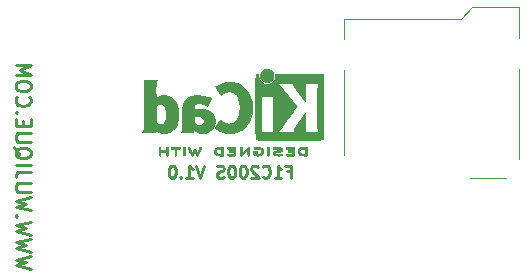
<source format=gbr>
G04 #@! TF.GenerationSoftware,KiCad,Pcbnew,(5.1.5)-3*
G04 #@! TF.CreationDate,2020-02-11T15:58:42+08:00*
G04 #@! TF.ProjectId,F1C200S_KIT,46314332-3030-4535-9f4b-49542e6b6963,V1.0*
G04 #@! TF.SameCoordinates,Original*
G04 #@! TF.FileFunction,Legend,Bot*
G04 #@! TF.FilePolarity,Positive*
%FSLAX46Y46*%
G04 Gerber Fmt 4.6, Leading zero omitted, Abs format (unit mm)*
G04 Created by KiCad (PCBNEW (5.1.5)-3) date 2020-02-11 15:58:42*
%MOMM*%
%LPD*%
G04 APERTURE LIST*
%ADD10C,0.254000*%
%ADD11C,0.010000*%
%ADD12C,0.120000*%
G04 APERTURE END LIST*
D10*
X165621304Y-116691228D02*
X165959971Y-116691228D01*
X165959971Y-117223419D02*
X165959971Y-116207419D01*
X165476161Y-116207419D01*
X164556923Y-117223419D02*
X165137495Y-117223419D01*
X164847209Y-117223419D02*
X164847209Y-116207419D01*
X164943971Y-116352561D01*
X165040733Y-116449323D01*
X165137495Y-116497704D01*
X163540923Y-117126657D02*
X163589304Y-117175038D01*
X163734447Y-117223419D01*
X163831209Y-117223419D01*
X163976352Y-117175038D01*
X164073114Y-117078276D01*
X164121495Y-116981514D01*
X164169876Y-116787990D01*
X164169876Y-116642847D01*
X164121495Y-116449323D01*
X164073114Y-116352561D01*
X163976352Y-116255800D01*
X163831209Y-116207419D01*
X163734447Y-116207419D01*
X163589304Y-116255800D01*
X163540923Y-116304180D01*
X163153876Y-116304180D02*
X163105495Y-116255800D01*
X163008733Y-116207419D01*
X162766828Y-116207419D01*
X162670066Y-116255800D01*
X162621685Y-116304180D01*
X162573304Y-116400942D01*
X162573304Y-116497704D01*
X162621685Y-116642847D01*
X163202257Y-117223419D01*
X162573304Y-117223419D01*
X161944352Y-116207419D02*
X161847590Y-116207419D01*
X161750828Y-116255800D01*
X161702447Y-116304180D01*
X161654066Y-116400942D01*
X161605685Y-116594466D01*
X161605685Y-116836371D01*
X161654066Y-117029895D01*
X161702447Y-117126657D01*
X161750828Y-117175038D01*
X161847590Y-117223419D01*
X161944352Y-117223419D01*
X162041114Y-117175038D01*
X162089495Y-117126657D01*
X162137876Y-117029895D01*
X162186257Y-116836371D01*
X162186257Y-116594466D01*
X162137876Y-116400942D01*
X162089495Y-116304180D01*
X162041114Y-116255800D01*
X161944352Y-116207419D01*
X160976733Y-116207419D02*
X160879971Y-116207419D01*
X160783209Y-116255800D01*
X160734828Y-116304180D01*
X160686447Y-116400942D01*
X160638066Y-116594466D01*
X160638066Y-116836371D01*
X160686447Y-117029895D01*
X160734828Y-117126657D01*
X160783209Y-117175038D01*
X160879971Y-117223419D01*
X160976733Y-117223419D01*
X161073495Y-117175038D01*
X161121876Y-117126657D01*
X161170257Y-117029895D01*
X161218638Y-116836371D01*
X161218638Y-116594466D01*
X161170257Y-116400942D01*
X161121876Y-116304180D01*
X161073495Y-116255800D01*
X160976733Y-116207419D01*
X160251019Y-117175038D02*
X160105876Y-117223419D01*
X159863971Y-117223419D01*
X159767209Y-117175038D01*
X159718828Y-117126657D01*
X159670447Y-117029895D01*
X159670447Y-116933133D01*
X159718828Y-116836371D01*
X159767209Y-116787990D01*
X159863971Y-116739609D01*
X160057495Y-116691228D01*
X160154257Y-116642847D01*
X160202638Y-116594466D01*
X160251019Y-116497704D01*
X160251019Y-116400942D01*
X160202638Y-116304180D01*
X160154257Y-116255800D01*
X160057495Y-116207419D01*
X159815590Y-116207419D01*
X159670447Y-116255800D01*
X158606066Y-116207419D02*
X158267400Y-117223419D01*
X157928733Y-116207419D01*
X157057876Y-117223419D02*
X157638447Y-117223419D01*
X157348161Y-117223419D02*
X157348161Y-116207419D01*
X157444923Y-116352561D01*
X157541685Y-116449323D01*
X157638447Y-116497704D01*
X156622447Y-117126657D02*
X156574066Y-117175038D01*
X156622447Y-117223419D01*
X156670828Y-117175038D01*
X156622447Y-117126657D01*
X156622447Y-117223419D01*
X155945114Y-116207419D02*
X155848352Y-116207419D01*
X155751590Y-116255800D01*
X155703209Y-116304180D01*
X155654828Y-116400942D01*
X155606447Y-116594466D01*
X155606447Y-116836371D01*
X155654828Y-117029895D01*
X155703209Y-117126657D01*
X155751590Y-117175038D01*
X155848352Y-117223419D01*
X155945114Y-117223419D01*
X156041876Y-117175038D01*
X156090257Y-117126657D01*
X156138638Y-117029895D01*
X156187019Y-116836371D01*
X156187019Y-116594466D01*
X156138638Y-116400942D01*
X156090257Y-116304180D01*
X156041876Y-116255800D01*
X155945114Y-116207419D01*
X143900676Y-124938971D02*
X142630676Y-124636590D01*
X143537819Y-124394685D01*
X142630676Y-124152780D01*
X143900676Y-123850400D01*
X143900676Y-123487542D02*
X142630676Y-123185161D01*
X143537819Y-122943257D01*
X142630676Y-122701352D01*
X143900676Y-122398971D01*
X143900676Y-122036114D02*
X142630676Y-121733733D01*
X143537819Y-121491828D01*
X142630676Y-121249923D01*
X143900676Y-120947542D01*
X142751628Y-120463733D02*
X142691152Y-120403257D01*
X142630676Y-120463733D01*
X142691152Y-120524209D01*
X142751628Y-120463733D01*
X142630676Y-120463733D01*
X143900676Y-119979923D02*
X142630676Y-119677542D01*
X143537819Y-119435638D01*
X142630676Y-119193733D01*
X143900676Y-118891352D01*
X143900676Y-118407542D02*
X142872580Y-118407542D01*
X142751628Y-118347066D01*
X142691152Y-118286590D01*
X142630676Y-118165638D01*
X142630676Y-117923733D01*
X142691152Y-117802780D01*
X142751628Y-117742304D01*
X142872580Y-117681828D01*
X143900676Y-117681828D01*
X143900676Y-116714209D02*
X142993533Y-116714209D01*
X142812104Y-116774685D01*
X142691152Y-116895638D01*
X142630676Y-117077066D01*
X142630676Y-117198019D01*
X142630676Y-116109447D02*
X143900676Y-116109447D01*
X142509723Y-114658019D02*
X142570200Y-114778971D01*
X142691152Y-114899923D01*
X142872580Y-115081352D01*
X142933057Y-115202304D01*
X142933057Y-115323257D01*
X142630676Y-115262780D02*
X142691152Y-115383733D01*
X142812104Y-115504685D01*
X143054009Y-115565161D01*
X143477342Y-115565161D01*
X143719247Y-115504685D01*
X143840200Y-115383733D01*
X143900676Y-115262780D01*
X143900676Y-115020876D01*
X143840200Y-114899923D01*
X143719247Y-114778971D01*
X143477342Y-114718495D01*
X143054009Y-114718495D01*
X142812104Y-114778971D01*
X142691152Y-114899923D01*
X142630676Y-115020876D01*
X142630676Y-115262780D01*
X143900676Y-114174209D02*
X142872580Y-114174209D01*
X142751628Y-114113733D01*
X142691152Y-114053257D01*
X142630676Y-113932304D01*
X142630676Y-113690400D01*
X142691152Y-113569447D01*
X142751628Y-113508971D01*
X142872580Y-113448495D01*
X143900676Y-113448495D01*
X143295914Y-112843733D02*
X143295914Y-112420400D01*
X142630676Y-112238971D02*
X142630676Y-112843733D01*
X143900676Y-112843733D01*
X143900676Y-112238971D01*
X142751628Y-111694685D02*
X142691152Y-111634209D01*
X142630676Y-111694685D01*
X142691152Y-111755161D01*
X142751628Y-111694685D01*
X142630676Y-111694685D01*
X142751628Y-110364209D02*
X142691152Y-110424685D01*
X142630676Y-110606114D01*
X142630676Y-110727066D01*
X142691152Y-110908495D01*
X142812104Y-111029447D01*
X142933057Y-111089923D01*
X143174961Y-111150400D01*
X143356390Y-111150400D01*
X143598295Y-111089923D01*
X143719247Y-111029447D01*
X143840200Y-110908495D01*
X143900676Y-110727066D01*
X143900676Y-110606114D01*
X143840200Y-110424685D01*
X143779723Y-110364209D01*
X143900676Y-109578019D02*
X143900676Y-109336114D01*
X143840200Y-109215161D01*
X143719247Y-109094209D01*
X143477342Y-109033733D01*
X143054009Y-109033733D01*
X142812104Y-109094209D01*
X142691152Y-109215161D01*
X142630676Y-109336114D01*
X142630676Y-109578019D01*
X142691152Y-109698971D01*
X142812104Y-109819923D01*
X143054009Y-109880400D01*
X143477342Y-109880400D01*
X143719247Y-109819923D01*
X143840200Y-109698971D01*
X143900676Y-109578019D01*
X142630676Y-108489447D02*
X143900676Y-108489447D01*
X142993533Y-108066114D01*
X143900676Y-107642780D01*
X142630676Y-107642780D01*
D11*
G36*
X167145663Y-114607858D02*
G01*
X167106181Y-114608259D01*
X166990492Y-114611051D01*
X166893603Y-114619342D01*
X166812211Y-114634024D01*
X166743015Y-114655985D01*
X166682712Y-114686114D01*
X166628000Y-114725302D01*
X166608459Y-114742324D01*
X166576042Y-114782155D01*
X166546812Y-114836205D01*
X166524283Y-114896115D01*
X166511971Y-114953531D01*
X166510692Y-114974748D01*
X166518709Y-115033561D01*
X166540191Y-115097805D01*
X166571291Y-115158613D01*
X166608158Y-115207122D01*
X166614146Y-115212974D01*
X166664871Y-115254113D01*
X166720417Y-115286227D01*
X166783988Y-115310157D01*
X166858786Y-115326745D01*
X166948014Y-115336833D01*
X167054874Y-115341261D01*
X167103820Y-115341637D01*
X167166054Y-115341337D01*
X167209820Y-115340084D01*
X167239223Y-115337346D01*
X167258371Y-115332593D01*
X167271369Y-115325293D01*
X167278337Y-115319059D01*
X167284918Y-115311486D01*
X167290080Y-115301716D01*
X167293995Y-115287132D01*
X167296835Y-115265118D01*
X167298772Y-115233056D01*
X167299976Y-115188328D01*
X167300620Y-115128318D01*
X167300875Y-115050409D01*
X167300914Y-114974748D01*
X167301162Y-114873833D01*
X167301109Y-114793219D01*
X167300149Y-114754614D01*
X167154159Y-114754614D01*
X167154159Y-115194881D01*
X167061026Y-115194796D01*
X167004985Y-115193188D01*
X166946291Y-115189048D01*
X166897320Y-115183256D01*
X166895830Y-115183018D01*
X166816684Y-115163882D01*
X166755294Y-115134079D01*
X166708597Y-115091670D01*
X166678927Y-115045753D01*
X166660645Y-114994818D01*
X166662063Y-114946992D01*
X166683280Y-114895725D01*
X166724781Y-114842691D01*
X166782290Y-114803392D01*
X166857042Y-114777123D01*
X166907000Y-114767827D01*
X166963708Y-114761299D01*
X167023811Y-114756574D01*
X167074931Y-114754609D01*
X167077959Y-114754600D01*
X167154159Y-114754614D01*
X167300149Y-114754614D01*
X167299552Y-114730643D01*
X167295290Y-114683847D01*
X167287122Y-114650570D01*
X167273848Y-114628551D01*
X167254266Y-114615531D01*
X167227175Y-114609249D01*
X167191374Y-114607445D01*
X167145663Y-114607858D01*
G37*
X167145663Y-114607858D02*
X167106181Y-114608259D01*
X166990492Y-114611051D01*
X166893603Y-114619342D01*
X166812211Y-114634024D01*
X166743015Y-114655985D01*
X166682712Y-114686114D01*
X166628000Y-114725302D01*
X166608459Y-114742324D01*
X166576042Y-114782155D01*
X166546812Y-114836205D01*
X166524283Y-114896115D01*
X166511971Y-114953531D01*
X166510692Y-114974748D01*
X166518709Y-115033561D01*
X166540191Y-115097805D01*
X166571291Y-115158613D01*
X166608158Y-115207122D01*
X166614146Y-115212974D01*
X166664871Y-115254113D01*
X166720417Y-115286227D01*
X166783988Y-115310157D01*
X166858786Y-115326745D01*
X166948014Y-115336833D01*
X167054874Y-115341261D01*
X167103820Y-115341637D01*
X167166054Y-115341337D01*
X167209820Y-115340084D01*
X167239223Y-115337346D01*
X167258371Y-115332593D01*
X167271369Y-115325293D01*
X167278337Y-115319059D01*
X167284918Y-115311486D01*
X167290080Y-115301716D01*
X167293995Y-115287132D01*
X167296835Y-115265118D01*
X167298772Y-115233056D01*
X167299976Y-115188328D01*
X167300620Y-115128318D01*
X167300875Y-115050409D01*
X167300914Y-114974748D01*
X167301162Y-114873833D01*
X167301109Y-114793219D01*
X167300149Y-114754614D01*
X167154159Y-114754614D01*
X167154159Y-115194881D01*
X167061026Y-115194796D01*
X167004985Y-115193188D01*
X166946291Y-115189048D01*
X166897320Y-115183256D01*
X166895830Y-115183018D01*
X166816684Y-115163882D01*
X166755294Y-115134079D01*
X166708597Y-115091670D01*
X166678927Y-115045753D01*
X166660645Y-114994818D01*
X166662063Y-114946992D01*
X166683280Y-114895725D01*
X166724781Y-114842691D01*
X166782290Y-114803392D01*
X166857042Y-114777123D01*
X166907000Y-114767827D01*
X166963708Y-114761299D01*
X167023811Y-114756574D01*
X167074931Y-114754609D01*
X167077959Y-114754600D01*
X167154159Y-114754614D01*
X167300149Y-114754614D01*
X167299552Y-114730643D01*
X167295290Y-114683847D01*
X167287122Y-114650570D01*
X167273848Y-114628551D01*
X167254266Y-114615531D01*
X167227175Y-114609249D01*
X167191374Y-114607445D01*
X167145663Y-114607858D01*
G36*
X165737086Y-114607938D02*
G01*
X165667678Y-114608310D01*
X165615289Y-114609177D01*
X165577139Y-114610738D01*
X165550451Y-114613195D01*
X165532445Y-114616749D01*
X165520341Y-114621602D01*
X165511361Y-114627953D01*
X165508110Y-114630876D01*
X165488335Y-114661934D01*
X165484774Y-114697620D01*
X165497783Y-114729302D01*
X165503798Y-114735705D01*
X165513527Y-114741913D01*
X165529193Y-114746702D01*
X165553700Y-114750306D01*
X165589953Y-114752956D01*
X165640857Y-114754887D01*
X165709318Y-114756331D01*
X165771909Y-114757210D01*
X166019626Y-114760259D01*
X166023011Y-114825170D01*
X166026397Y-114890081D01*
X165858250Y-114890081D01*
X165785251Y-114890711D01*
X165731809Y-114893345D01*
X165694920Y-114899101D01*
X165671580Y-114909096D01*
X165658786Y-114924448D01*
X165653534Y-114946274D01*
X165652737Y-114966530D01*
X165655215Y-114991384D01*
X165664569Y-115009698D01*
X165683675Y-115022429D01*
X165715410Y-115030533D01*
X165762651Y-115034968D01*
X165828275Y-115036691D01*
X165864093Y-115036837D01*
X166025270Y-115036837D01*
X166025270Y-115194881D01*
X165776914Y-115194881D01*
X165695505Y-115194994D01*
X165633634Y-115195504D01*
X165588260Y-115196662D01*
X165556346Y-115198722D01*
X165534851Y-115201938D01*
X165520735Y-115206564D01*
X165510960Y-115212851D01*
X165505981Y-115217459D01*
X165488902Y-115244352D01*
X165483403Y-115268259D01*
X165491255Y-115297459D01*
X165505981Y-115319059D01*
X165513838Y-115325858D01*
X165523980Y-115331138D01*
X165539136Y-115335090D01*
X165562033Y-115337905D01*
X165595401Y-115339774D01*
X165641967Y-115340890D01*
X165704459Y-115341443D01*
X165785606Y-115341625D01*
X165827714Y-115341637D01*
X165917890Y-115341557D01*
X165988216Y-115341190D01*
X166041421Y-115340344D01*
X166080232Y-115338828D01*
X166107379Y-115336451D01*
X166125590Y-115333021D01*
X166137592Y-115328346D01*
X166146114Y-115322236D01*
X166149448Y-115319059D01*
X166156047Y-115311462D01*
X166161219Y-115301662D01*
X166165138Y-115287031D01*
X166167976Y-115264944D01*
X166169907Y-115232774D01*
X166171104Y-115187895D01*
X166171740Y-115127681D01*
X166171989Y-115049505D01*
X166172026Y-114976715D01*
X166171992Y-114883499D01*
X166171757Y-114810223D01*
X166171122Y-114754250D01*
X166169886Y-114712943D01*
X166167848Y-114683664D01*
X166164809Y-114663776D01*
X166160569Y-114650642D01*
X166154927Y-114641624D01*
X166147683Y-114634085D01*
X166145898Y-114632404D01*
X166137237Y-114624964D01*
X166127174Y-114619201D01*
X166112917Y-114614904D01*
X166091675Y-114611856D01*
X166060656Y-114609843D01*
X166017069Y-114608652D01*
X165958123Y-114608067D01*
X165881026Y-114607875D01*
X165826293Y-114607859D01*
X165737086Y-114607938D01*
G37*
X165737086Y-114607938D02*
X165667678Y-114608310D01*
X165615289Y-114609177D01*
X165577139Y-114610738D01*
X165550451Y-114613195D01*
X165532445Y-114616749D01*
X165520341Y-114621602D01*
X165511361Y-114627953D01*
X165508110Y-114630876D01*
X165488335Y-114661934D01*
X165484774Y-114697620D01*
X165497783Y-114729302D01*
X165503798Y-114735705D01*
X165513527Y-114741913D01*
X165529193Y-114746702D01*
X165553700Y-114750306D01*
X165589953Y-114752956D01*
X165640857Y-114754887D01*
X165709318Y-114756331D01*
X165771909Y-114757210D01*
X166019626Y-114760259D01*
X166023011Y-114825170D01*
X166026397Y-114890081D01*
X165858250Y-114890081D01*
X165785251Y-114890711D01*
X165731809Y-114893345D01*
X165694920Y-114899101D01*
X165671580Y-114909096D01*
X165658786Y-114924448D01*
X165653534Y-114946274D01*
X165652737Y-114966530D01*
X165655215Y-114991384D01*
X165664569Y-115009698D01*
X165683675Y-115022429D01*
X165715410Y-115030533D01*
X165762651Y-115034968D01*
X165828275Y-115036691D01*
X165864093Y-115036837D01*
X166025270Y-115036837D01*
X166025270Y-115194881D01*
X165776914Y-115194881D01*
X165695505Y-115194994D01*
X165633634Y-115195504D01*
X165588260Y-115196662D01*
X165556346Y-115198722D01*
X165534851Y-115201938D01*
X165520735Y-115206564D01*
X165510960Y-115212851D01*
X165505981Y-115217459D01*
X165488902Y-115244352D01*
X165483403Y-115268259D01*
X165491255Y-115297459D01*
X165505981Y-115319059D01*
X165513838Y-115325858D01*
X165523980Y-115331138D01*
X165539136Y-115335090D01*
X165562033Y-115337905D01*
X165595401Y-115339774D01*
X165641967Y-115340890D01*
X165704459Y-115341443D01*
X165785606Y-115341625D01*
X165827714Y-115341637D01*
X165917890Y-115341557D01*
X165988216Y-115341190D01*
X166041421Y-115340344D01*
X166080232Y-115338828D01*
X166107379Y-115336451D01*
X166125590Y-115333021D01*
X166137592Y-115328346D01*
X166146114Y-115322236D01*
X166149448Y-115319059D01*
X166156047Y-115311462D01*
X166161219Y-115301662D01*
X166165138Y-115287031D01*
X166167976Y-115264944D01*
X166169907Y-115232774D01*
X166171104Y-115187895D01*
X166171740Y-115127681D01*
X166171989Y-115049505D01*
X166172026Y-114976715D01*
X166171992Y-114883499D01*
X166171757Y-114810223D01*
X166171122Y-114754250D01*
X166169886Y-114712943D01*
X166167848Y-114683664D01*
X166164809Y-114663776D01*
X166160569Y-114650642D01*
X166154927Y-114641624D01*
X166147683Y-114634085D01*
X166145898Y-114632404D01*
X166137237Y-114624964D01*
X166127174Y-114619201D01*
X166112917Y-114614904D01*
X166091675Y-114611856D01*
X166060656Y-114609843D01*
X166017069Y-114608652D01*
X165958123Y-114608067D01*
X165881026Y-114607875D01*
X165826293Y-114607859D01*
X165737086Y-114607938D01*
G36*
X164715995Y-114609143D02*
G01*
X164641180Y-114614373D01*
X164571598Y-114622542D01*
X164511294Y-114633342D01*
X164464312Y-114646465D01*
X164434698Y-114661605D01*
X164430152Y-114666061D01*
X164414346Y-114700642D01*
X164419139Y-114736143D01*
X164443656Y-114766517D01*
X164444826Y-114767388D01*
X164459246Y-114776746D01*
X164474300Y-114781668D01*
X164495297Y-114782265D01*
X164527549Y-114778653D01*
X164576365Y-114770946D01*
X164580292Y-114770297D01*
X164653031Y-114761361D01*
X164731509Y-114756953D01*
X164810219Y-114756911D01*
X164883653Y-114761071D01*
X164946303Y-114769271D01*
X164992662Y-114781349D01*
X164995708Y-114782563D01*
X165029340Y-114801407D01*
X165041156Y-114820477D01*
X165031906Y-114839231D01*
X165002339Y-114857129D01*
X164953203Y-114873629D01*
X164885249Y-114888188D01*
X164839937Y-114895198D01*
X164745748Y-114908681D01*
X164670836Y-114921006D01*
X164612009Y-114933241D01*
X164566077Y-114946453D01*
X164529847Y-114961709D01*
X164500130Y-114980077D01*
X164473734Y-115002623D01*
X164452522Y-115024763D01*
X164427357Y-115055611D01*
X164414973Y-115082137D01*
X164411100Y-115114818D01*
X164410959Y-115126787D01*
X164413868Y-115166504D01*
X164425494Y-115196051D01*
X164445615Y-115222278D01*
X164486508Y-115262368D01*
X164532109Y-115292941D01*
X164585805Y-115314995D01*
X164650984Y-115329527D01*
X164731036Y-115337533D01*
X164829349Y-115340010D01*
X164845581Y-115339969D01*
X164911141Y-115338610D01*
X164976158Y-115335522D01*
X165033544Y-115331148D01*
X165076214Y-115325932D01*
X165079664Y-115325333D01*
X165122088Y-115315283D01*
X165158072Y-115302588D01*
X165178442Y-115290982D01*
X165197399Y-115260364D01*
X165198719Y-115224710D01*
X165182377Y-115192936D01*
X165178721Y-115189343D01*
X165163607Y-115178668D01*
X165144707Y-115174068D01*
X165115454Y-115174851D01*
X165079943Y-115178919D01*
X165040262Y-115182554D01*
X164984637Y-115185620D01*
X164919698Y-115187845D01*
X164852077Y-115188956D01*
X164834292Y-115189029D01*
X164766420Y-115188756D01*
X164716746Y-115187438D01*
X164680902Y-115184619D01*
X164654516Y-115179842D01*
X164633218Y-115172649D01*
X164620418Y-115166659D01*
X164592292Y-115150025D01*
X164574360Y-115134960D01*
X164571739Y-115130689D01*
X164577268Y-115113055D01*
X164603552Y-115095984D01*
X164648770Y-115080250D01*
X164711100Y-115066630D01*
X164729463Y-115063596D01*
X164825382Y-115048530D01*
X164901933Y-115035938D01*
X164962072Y-115024903D01*
X165008752Y-115014512D01*
X165044929Y-115003848D01*
X165073557Y-114991997D01*
X165097590Y-114978043D01*
X165119984Y-114961073D01*
X165143694Y-114940170D01*
X165151672Y-114932841D01*
X165179645Y-114905491D01*
X165194452Y-114883821D01*
X165200244Y-114859024D01*
X165201181Y-114827775D01*
X165190867Y-114766497D01*
X165160044Y-114714432D01*
X165108887Y-114671750D01*
X165037575Y-114638617D01*
X164986692Y-114623756D01*
X164931392Y-114614158D01*
X164865145Y-114608728D01*
X164791998Y-114607159D01*
X164715995Y-114609143D01*
G37*
X164715995Y-114609143D02*
X164641180Y-114614373D01*
X164571598Y-114622542D01*
X164511294Y-114633342D01*
X164464312Y-114646465D01*
X164434698Y-114661605D01*
X164430152Y-114666061D01*
X164414346Y-114700642D01*
X164419139Y-114736143D01*
X164443656Y-114766517D01*
X164444826Y-114767388D01*
X164459246Y-114776746D01*
X164474300Y-114781668D01*
X164495297Y-114782265D01*
X164527549Y-114778653D01*
X164576365Y-114770946D01*
X164580292Y-114770297D01*
X164653031Y-114761361D01*
X164731509Y-114756953D01*
X164810219Y-114756911D01*
X164883653Y-114761071D01*
X164946303Y-114769271D01*
X164992662Y-114781349D01*
X164995708Y-114782563D01*
X165029340Y-114801407D01*
X165041156Y-114820477D01*
X165031906Y-114839231D01*
X165002339Y-114857129D01*
X164953203Y-114873629D01*
X164885249Y-114888188D01*
X164839937Y-114895198D01*
X164745748Y-114908681D01*
X164670836Y-114921006D01*
X164612009Y-114933241D01*
X164566077Y-114946453D01*
X164529847Y-114961709D01*
X164500130Y-114980077D01*
X164473734Y-115002623D01*
X164452522Y-115024763D01*
X164427357Y-115055611D01*
X164414973Y-115082137D01*
X164411100Y-115114818D01*
X164410959Y-115126787D01*
X164413868Y-115166504D01*
X164425494Y-115196051D01*
X164445615Y-115222278D01*
X164486508Y-115262368D01*
X164532109Y-115292941D01*
X164585805Y-115314995D01*
X164650984Y-115329527D01*
X164731036Y-115337533D01*
X164829349Y-115340010D01*
X164845581Y-115339969D01*
X164911141Y-115338610D01*
X164976158Y-115335522D01*
X165033544Y-115331148D01*
X165076214Y-115325932D01*
X165079664Y-115325333D01*
X165122088Y-115315283D01*
X165158072Y-115302588D01*
X165178442Y-115290982D01*
X165197399Y-115260364D01*
X165198719Y-115224710D01*
X165182377Y-115192936D01*
X165178721Y-115189343D01*
X165163607Y-115178668D01*
X165144707Y-115174068D01*
X165115454Y-115174851D01*
X165079943Y-115178919D01*
X165040262Y-115182554D01*
X164984637Y-115185620D01*
X164919698Y-115187845D01*
X164852077Y-115188956D01*
X164834292Y-115189029D01*
X164766420Y-115188756D01*
X164716746Y-115187438D01*
X164680902Y-115184619D01*
X164654516Y-115179842D01*
X164633218Y-115172649D01*
X164620418Y-115166659D01*
X164592292Y-115150025D01*
X164574360Y-115134960D01*
X164571739Y-115130689D01*
X164577268Y-115113055D01*
X164603552Y-115095984D01*
X164648770Y-115080250D01*
X164711100Y-115066630D01*
X164729463Y-115063596D01*
X164825382Y-115048530D01*
X164901933Y-115035938D01*
X164962072Y-115024903D01*
X165008752Y-115014512D01*
X165044929Y-115003848D01*
X165073557Y-114991997D01*
X165097590Y-114978043D01*
X165119984Y-114961073D01*
X165143694Y-114940170D01*
X165151672Y-114932841D01*
X165179645Y-114905491D01*
X165194452Y-114883821D01*
X165200244Y-114859024D01*
X165201181Y-114827775D01*
X165190867Y-114766497D01*
X165160044Y-114714432D01*
X165108887Y-114671750D01*
X165037575Y-114638617D01*
X164986692Y-114623756D01*
X164931392Y-114614158D01*
X164865145Y-114608728D01*
X164791998Y-114607159D01*
X164715995Y-114609143D01*
G36*
X163948114Y-114630437D02*
G01*
X163941534Y-114638010D01*
X163936371Y-114647779D01*
X163932456Y-114662363D01*
X163929616Y-114684377D01*
X163927679Y-114716440D01*
X163926475Y-114761167D01*
X163925831Y-114821177D01*
X163925576Y-114899086D01*
X163925537Y-114974748D01*
X163925606Y-115068594D01*
X163925930Y-115142481D01*
X163926678Y-115199024D01*
X163928024Y-115240841D01*
X163930138Y-115270549D01*
X163933192Y-115290765D01*
X163937358Y-115304106D01*
X163942808Y-115313190D01*
X163948114Y-115319059D01*
X163981118Y-115338739D01*
X164016283Y-115336973D01*
X164047747Y-115315509D01*
X164054976Y-115307129D01*
X164060626Y-115297406D01*
X164064891Y-115283653D01*
X164067965Y-115263181D01*
X164070044Y-115233304D01*
X164071322Y-115191333D01*
X164071993Y-115134581D01*
X164072251Y-115060359D01*
X164072292Y-114976329D01*
X164072292Y-114663277D01*
X164044583Y-114635568D01*
X164010429Y-114612255D01*
X163977298Y-114611415D01*
X163948114Y-114630437D01*
G37*
X163948114Y-114630437D02*
X163941534Y-114638010D01*
X163936371Y-114647779D01*
X163932456Y-114662363D01*
X163929616Y-114684377D01*
X163927679Y-114716440D01*
X163926475Y-114761167D01*
X163925831Y-114821177D01*
X163925576Y-114899086D01*
X163925537Y-114974748D01*
X163925606Y-115068594D01*
X163925930Y-115142481D01*
X163926678Y-115199024D01*
X163928024Y-115240841D01*
X163930138Y-115270549D01*
X163933192Y-115290765D01*
X163937358Y-115304106D01*
X163942808Y-115313190D01*
X163948114Y-115319059D01*
X163981118Y-115338739D01*
X164016283Y-115336973D01*
X164047747Y-115315509D01*
X164054976Y-115307129D01*
X164060626Y-115297406D01*
X164064891Y-115283653D01*
X164067965Y-115263181D01*
X164070044Y-115233304D01*
X164071322Y-115191333D01*
X164071993Y-115134581D01*
X164072251Y-115060359D01*
X164072292Y-114976329D01*
X164072292Y-114663277D01*
X164044583Y-114635568D01*
X164010429Y-114612255D01*
X163977298Y-114611415D01*
X163948114Y-114630437D01*
G36*
X162974373Y-114613391D02*
G01*
X162905857Y-114624887D01*
X162853235Y-114642759D01*
X162819000Y-114666291D01*
X162809671Y-114679716D01*
X162800185Y-114710940D01*
X162806569Y-114739187D01*
X162826722Y-114765974D01*
X162858037Y-114778505D01*
X162903475Y-114777488D01*
X162938618Y-114770698D01*
X163016711Y-114757763D01*
X163096518Y-114756534D01*
X163185847Y-114767033D01*
X163210521Y-114771482D01*
X163293583Y-114794900D01*
X163358565Y-114829737D01*
X163404753Y-114875396D01*
X163431437Y-114931286D01*
X163436955Y-114960180D01*
X163433343Y-115018804D01*
X163410021Y-115070671D01*
X163369116Y-115114770D01*
X163312751Y-115150091D01*
X163243052Y-115175621D01*
X163162144Y-115190351D01*
X163072152Y-115193270D01*
X162975202Y-115183367D01*
X162969728Y-115182433D01*
X162931167Y-115175251D01*
X162909786Y-115168313D01*
X162900519Y-115158019D01*
X162898298Y-115140768D01*
X162898248Y-115131633D01*
X162898248Y-115093281D01*
X162966723Y-115093281D01*
X163027192Y-115089139D01*
X163068457Y-115075939D01*
X163092467Y-115052522D01*
X163101169Y-115017728D01*
X163101275Y-115013186D01*
X163096184Y-114983446D01*
X163078725Y-114962211D01*
X163046231Y-114948158D01*
X162996035Y-114939965D01*
X162947415Y-114936953D01*
X162876748Y-114935225D01*
X162825490Y-114937862D01*
X162790531Y-114947592D01*
X162768762Y-114967145D01*
X162757072Y-114999248D01*
X162752352Y-115046630D01*
X162751492Y-115108863D01*
X162752901Y-115178327D01*
X162757140Y-115225578D01*
X162764228Y-115250804D01*
X162765603Y-115252780D01*
X162804520Y-115284300D01*
X162861578Y-115309262D01*
X162933161Y-115327132D01*
X163015650Y-115337378D01*
X163105431Y-115339465D01*
X163198884Y-115332860D01*
X163253848Y-115324748D01*
X163340058Y-115300346D01*
X163420184Y-115260454D01*
X163487269Y-115208679D01*
X163497465Y-115198331D01*
X163530594Y-115154827D01*
X163560486Y-115100910D01*
X163583649Y-115044384D01*
X163596590Y-114993051D01*
X163598150Y-114973336D01*
X163591510Y-114932211D01*
X163573860Y-114881044D01*
X163548589Y-114827186D01*
X163519081Y-114777987D01*
X163493011Y-114745126D01*
X163432057Y-114696244D01*
X163353261Y-114657337D01*
X163259449Y-114629286D01*
X163153442Y-114612971D01*
X163056292Y-114608984D01*
X162974373Y-114613391D01*
G37*
X162974373Y-114613391D02*
X162905857Y-114624887D01*
X162853235Y-114642759D01*
X162819000Y-114666291D01*
X162809671Y-114679716D01*
X162800185Y-114710940D01*
X162806569Y-114739187D01*
X162826722Y-114765974D01*
X162858037Y-114778505D01*
X162903475Y-114777488D01*
X162938618Y-114770698D01*
X163016711Y-114757763D01*
X163096518Y-114756534D01*
X163185847Y-114767033D01*
X163210521Y-114771482D01*
X163293583Y-114794900D01*
X163358565Y-114829737D01*
X163404753Y-114875396D01*
X163431437Y-114931286D01*
X163436955Y-114960180D01*
X163433343Y-115018804D01*
X163410021Y-115070671D01*
X163369116Y-115114770D01*
X163312751Y-115150091D01*
X163243052Y-115175621D01*
X163162144Y-115190351D01*
X163072152Y-115193270D01*
X162975202Y-115183367D01*
X162969728Y-115182433D01*
X162931167Y-115175251D01*
X162909786Y-115168313D01*
X162900519Y-115158019D01*
X162898298Y-115140768D01*
X162898248Y-115131633D01*
X162898248Y-115093281D01*
X162966723Y-115093281D01*
X163027192Y-115089139D01*
X163068457Y-115075939D01*
X163092467Y-115052522D01*
X163101169Y-115017728D01*
X163101275Y-115013186D01*
X163096184Y-114983446D01*
X163078725Y-114962211D01*
X163046231Y-114948158D01*
X162996035Y-114939965D01*
X162947415Y-114936953D01*
X162876748Y-114935225D01*
X162825490Y-114937862D01*
X162790531Y-114947592D01*
X162768762Y-114967145D01*
X162757072Y-114999248D01*
X162752352Y-115046630D01*
X162751492Y-115108863D01*
X162752901Y-115178327D01*
X162757140Y-115225578D01*
X162764228Y-115250804D01*
X162765603Y-115252780D01*
X162804520Y-115284300D01*
X162861578Y-115309262D01*
X162933161Y-115327132D01*
X163015650Y-115337378D01*
X163105431Y-115339465D01*
X163198884Y-115332860D01*
X163253848Y-115324748D01*
X163340058Y-115300346D01*
X163420184Y-115260454D01*
X163487269Y-115208679D01*
X163497465Y-115198331D01*
X163530594Y-115154827D01*
X163560486Y-115100910D01*
X163583649Y-115044384D01*
X163596590Y-114993051D01*
X163598150Y-114973336D01*
X163591510Y-114932211D01*
X163573860Y-114881044D01*
X163548589Y-114827186D01*
X163519081Y-114777987D01*
X163493011Y-114745126D01*
X163432057Y-114696244D01*
X163353261Y-114657337D01*
X163259449Y-114629286D01*
X163153442Y-114612971D01*
X163056292Y-114608984D01*
X162974373Y-114613391D01*
G36*
X162324406Y-114612240D02*
G01*
X162300840Y-114626065D01*
X162270027Y-114648673D01*
X162230370Y-114681130D01*
X162180272Y-114724500D01*
X162118135Y-114779850D01*
X162042364Y-114848243D01*
X161955626Y-114926876D01*
X161775003Y-115090670D01*
X161769359Y-114870821D01*
X161767321Y-114795143D01*
X161765355Y-114738786D01*
X161763026Y-114698498D01*
X161759898Y-114671027D01*
X161755537Y-114653121D01*
X161749508Y-114641529D01*
X161741376Y-114633000D01*
X161737064Y-114629415D01*
X161702533Y-114610462D01*
X161669675Y-114613233D01*
X161643610Y-114629425D01*
X161616959Y-114650991D01*
X161613644Y-114965943D01*
X161612727Y-115058571D01*
X161612260Y-115131336D01*
X161612405Y-115186953D01*
X161613324Y-115228134D01*
X161615179Y-115257595D01*
X161618131Y-115278047D01*
X161622342Y-115292205D01*
X161627974Y-115302783D01*
X161634219Y-115311266D01*
X161647731Y-115326999D01*
X161661175Y-115337428D01*
X161676416Y-115341431D01*
X161695318Y-115337886D01*
X161719747Y-115325671D01*
X161751565Y-115303663D01*
X161792640Y-115270741D01*
X161844834Y-115225783D01*
X161910014Y-115167667D01*
X161983848Y-115100891D01*
X162249137Y-114860250D01*
X162254781Y-115079381D01*
X162256823Y-115154920D01*
X162258794Y-115211146D01*
X162261131Y-115251316D01*
X162264273Y-115278688D01*
X162268656Y-115296520D01*
X162274716Y-115308071D01*
X162282892Y-115316599D01*
X162287076Y-115320074D01*
X162324057Y-115339164D01*
X162359000Y-115336285D01*
X162389428Y-115311892D01*
X162396389Y-115302078D01*
X162401815Y-115290618D01*
X162405895Y-115274760D01*
X162408821Y-115251755D01*
X162410784Y-115218854D01*
X162411975Y-115173308D01*
X162412584Y-115112365D01*
X162412803Y-115033278D01*
X162412826Y-114974748D01*
X162412752Y-114883199D01*
X162412405Y-114811479D01*
X162411593Y-114756837D01*
X162410125Y-114716524D01*
X162407811Y-114687790D01*
X162404459Y-114667885D01*
X162399880Y-114654060D01*
X162393881Y-114643564D01*
X162389428Y-114637603D01*
X162378142Y-114623483D01*
X162367593Y-114612821D01*
X162356185Y-114606684D01*
X162342322Y-114606135D01*
X162324406Y-114612240D01*
G37*
X162324406Y-114612240D02*
X162300840Y-114626065D01*
X162270027Y-114648673D01*
X162230370Y-114681130D01*
X162180272Y-114724500D01*
X162118135Y-114779850D01*
X162042364Y-114848243D01*
X161955626Y-114926876D01*
X161775003Y-115090670D01*
X161769359Y-114870821D01*
X161767321Y-114795143D01*
X161765355Y-114738786D01*
X161763026Y-114698498D01*
X161759898Y-114671027D01*
X161755537Y-114653121D01*
X161749508Y-114641529D01*
X161741376Y-114633000D01*
X161737064Y-114629415D01*
X161702533Y-114610462D01*
X161669675Y-114613233D01*
X161643610Y-114629425D01*
X161616959Y-114650991D01*
X161613644Y-114965943D01*
X161612727Y-115058571D01*
X161612260Y-115131336D01*
X161612405Y-115186953D01*
X161613324Y-115228134D01*
X161615179Y-115257595D01*
X161618131Y-115278047D01*
X161622342Y-115292205D01*
X161627974Y-115302783D01*
X161634219Y-115311266D01*
X161647731Y-115326999D01*
X161661175Y-115337428D01*
X161676416Y-115341431D01*
X161695318Y-115337886D01*
X161719747Y-115325671D01*
X161751565Y-115303663D01*
X161792640Y-115270741D01*
X161844834Y-115225783D01*
X161910014Y-115167667D01*
X161983848Y-115100891D01*
X162249137Y-114860250D01*
X162254781Y-115079381D01*
X162256823Y-115154920D01*
X162258794Y-115211146D01*
X162261131Y-115251316D01*
X162264273Y-115278688D01*
X162268656Y-115296520D01*
X162274716Y-115308071D01*
X162282892Y-115316599D01*
X162287076Y-115320074D01*
X162324057Y-115339164D01*
X162359000Y-115336285D01*
X162389428Y-115311892D01*
X162396389Y-115302078D01*
X162401815Y-115290618D01*
X162405895Y-115274760D01*
X162408821Y-115251755D01*
X162410784Y-115218854D01*
X162411975Y-115173308D01*
X162412584Y-115112365D01*
X162412803Y-115033278D01*
X162412826Y-114974748D01*
X162412752Y-114883199D01*
X162412405Y-114811479D01*
X162411593Y-114756837D01*
X162410125Y-114716524D01*
X162407811Y-114687790D01*
X162404459Y-114667885D01*
X162399880Y-114654060D01*
X162393881Y-114643564D01*
X162389428Y-114637603D01*
X162378142Y-114623483D01*
X162367593Y-114612821D01*
X162356185Y-114606684D01*
X162342322Y-114606135D01*
X162324406Y-114612240D01*
G36*
X160793949Y-114608052D02*
G01*
X160717591Y-114608966D01*
X160659075Y-114611103D01*
X160616037Y-114614967D01*
X160586109Y-114621059D01*
X160566924Y-114629882D01*
X160556116Y-114641938D01*
X160551319Y-114657731D01*
X160550165Y-114677762D01*
X160550159Y-114680127D01*
X160551161Y-114702784D01*
X160555896Y-114720295D01*
X160566959Y-114733366D01*
X160586944Y-114742705D01*
X160618446Y-114749019D01*
X160664060Y-114753014D01*
X160726379Y-114755398D01*
X160807999Y-114756878D01*
X160833015Y-114757206D01*
X161075092Y-114760259D01*
X161078478Y-114825170D01*
X161081863Y-114890081D01*
X160913716Y-114890081D01*
X160848026Y-114890323D01*
X160801120Y-114891348D01*
X160769209Y-114893603D01*
X160748501Y-114897534D01*
X160735208Y-114903590D01*
X160725537Y-114912216D01*
X160725475Y-114912285D01*
X160707936Y-114945904D01*
X160708570Y-114982240D01*
X160726978Y-115013215D01*
X160730621Y-115016399D01*
X160743551Y-115024604D01*
X160761268Y-115030313D01*
X160787722Y-115033954D01*
X160826860Y-115035959D01*
X160882630Y-115036756D01*
X160918298Y-115036837D01*
X161080737Y-115036837D01*
X161080737Y-115194881D01*
X160834131Y-115194881D01*
X160752712Y-115195023D01*
X160690882Y-115195606D01*
X160645655Y-115196860D01*
X160614044Y-115199019D01*
X160593061Y-115202315D01*
X160579719Y-115206981D01*
X160571031Y-115213249D01*
X160568842Y-115215525D01*
X160552678Y-115247072D01*
X160551495Y-115282960D01*
X160564756Y-115314077D01*
X160575249Y-115324063D01*
X160586163Y-115329561D01*
X160603075Y-115333814D01*
X160628659Y-115336972D01*
X160665591Y-115339184D01*
X160716546Y-115340598D01*
X160784198Y-115341364D01*
X160871223Y-115341630D01*
X160890898Y-115341637D01*
X160979381Y-115341579D01*
X161048065Y-115341259D01*
X161099728Y-115340459D01*
X161137147Y-115338959D01*
X161163102Y-115336541D01*
X161180370Y-115332986D01*
X161191730Y-115328074D01*
X161199960Y-115321587D01*
X161204475Y-115316930D01*
X161211271Y-115308681D01*
X161216580Y-115298461D01*
X161220586Y-115283592D01*
X161223471Y-115261394D01*
X161225418Y-115229185D01*
X161226611Y-115184288D01*
X161227231Y-115124020D01*
X161227463Y-115045703D01*
X161227492Y-114979786D01*
X161227421Y-114887420D01*
X161227084Y-114814909D01*
X161226294Y-114759529D01*
X161224866Y-114718557D01*
X161222613Y-114689270D01*
X161219349Y-114668945D01*
X161214888Y-114654858D01*
X161209044Y-114644287D01*
X161204095Y-114637603D01*
X161180698Y-114607859D01*
X160890518Y-114607859D01*
X160793949Y-114608052D01*
G37*
X160793949Y-114608052D02*
X160717591Y-114608966D01*
X160659075Y-114611103D01*
X160616037Y-114614967D01*
X160586109Y-114621059D01*
X160566924Y-114629882D01*
X160556116Y-114641938D01*
X160551319Y-114657731D01*
X160550165Y-114677762D01*
X160550159Y-114680127D01*
X160551161Y-114702784D01*
X160555896Y-114720295D01*
X160566959Y-114733366D01*
X160586944Y-114742705D01*
X160618446Y-114749019D01*
X160664060Y-114753014D01*
X160726379Y-114755398D01*
X160807999Y-114756878D01*
X160833015Y-114757206D01*
X161075092Y-114760259D01*
X161078478Y-114825170D01*
X161081863Y-114890081D01*
X160913716Y-114890081D01*
X160848026Y-114890323D01*
X160801120Y-114891348D01*
X160769209Y-114893603D01*
X160748501Y-114897534D01*
X160735208Y-114903590D01*
X160725537Y-114912216D01*
X160725475Y-114912285D01*
X160707936Y-114945904D01*
X160708570Y-114982240D01*
X160726978Y-115013215D01*
X160730621Y-115016399D01*
X160743551Y-115024604D01*
X160761268Y-115030313D01*
X160787722Y-115033954D01*
X160826860Y-115035959D01*
X160882630Y-115036756D01*
X160918298Y-115036837D01*
X161080737Y-115036837D01*
X161080737Y-115194881D01*
X160834131Y-115194881D01*
X160752712Y-115195023D01*
X160690882Y-115195606D01*
X160645655Y-115196860D01*
X160614044Y-115199019D01*
X160593061Y-115202315D01*
X160579719Y-115206981D01*
X160571031Y-115213249D01*
X160568842Y-115215525D01*
X160552678Y-115247072D01*
X160551495Y-115282960D01*
X160564756Y-115314077D01*
X160575249Y-115324063D01*
X160586163Y-115329561D01*
X160603075Y-115333814D01*
X160628659Y-115336972D01*
X160665591Y-115339184D01*
X160716546Y-115340598D01*
X160784198Y-115341364D01*
X160871223Y-115341630D01*
X160890898Y-115341637D01*
X160979381Y-115341579D01*
X161048065Y-115341259D01*
X161099728Y-115340459D01*
X161137147Y-115338959D01*
X161163102Y-115336541D01*
X161180370Y-115332986D01*
X161191730Y-115328074D01*
X161199960Y-115321587D01*
X161204475Y-115316930D01*
X161211271Y-115308681D01*
X161216580Y-115298461D01*
X161220586Y-115283592D01*
X161223471Y-115261394D01*
X161225418Y-115229185D01*
X161226611Y-115184288D01*
X161227231Y-115124020D01*
X161227463Y-115045703D01*
X161227492Y-114979786D01*
X161227421Y-114887420D01*
X161227084Y-114814909D01*
X161226294Y-114759529D01*
X161224866Y-114718557D01*
X161222613Y-114689270D01*
X161219349Y-114668945D01*
X161214888Y-114654858D01*
X161209044Y-114644287D01*
X161204095Y-114637603D01*
X161180698Y-114607859D01*
X160890518Y-114607859D01*
X160793949Y-114608052D01*
G36*
X160005983Y-114608067D02*
G01*
X159877004Y-114612428D01*
X159767301Y-114625653D01*
X159675066Y-114648533D01*
X159598490Y-114681862D01*
X159535765Y-114726430D01*
X159485080Y-114783028D01*
X159444629Y-114852450D01*
X159443833Y-114854143D01*
X159419691Y-114916275D01*
X159411089Y-114971301D01*
X159418061Y-115026679D01*
X159440638Y-115089865D01*
X159444920Y-115099481D01*
X159474120Y-115155758D01*
X159506936Y-115199243D01*
X159549290Y-115236209D01*
X159607102Y-115272927D01*
X159610461Y-115274844D01*
X159660788Y-115299019D01*
X159717671Y-115317074D01*
X159784765Y-115329631D01*
X159865727Y-115337314D01*
X159964210Y-115340745D01*
X159999006Y-115341043D01*
X160164698Y-115341637D01*
X160188095Y-115311892D01*
X160195035Y-115302111D01*
X160200450Y-115290689D01*
X160204527Y-115274887D01*
X160207455Y-115251967D01*
X160209425Y-115219188D01*
X160210067Y-115194881D01*
X160053448Y-115194881D01*
X159959566Y-115194881D01*
X159904628Y-115193275D01*
X159848232Y-115189047D01*
X159801947Y-115183084D01*
X159799153Y-115182582D01*
X159716944Y-115160528D01*
X159653178Y-115127392D01*
X159605840Y-115081639D01*
X159572910Y-115021731D01*
X159567184Y-115005853D01*
X159561571Y-114981125D01*
X159564001Y-114956694D01*
X159575825Y-114924192D01*
X159582952Y-114908226D01*
X159606292Y-114865798D01*
X159634412Y-114836032D01*
X159665352Y-114815303D01*
X159727326Y-114788329D01*
X159806641Y-114768790D01*
X159899039Y-114757538D01*
X159965959Y-114755062D01*
X160053448Y-114754614D01*
X160053448Y-115194881D01*
X160210067Y-115194881D01*
X160210624Y-115173813D01*
X160211242Y-115113103D01*
X160211467Y-115034318D01*
X160211492Y-114972712D01*
X160211492Y-114663277D01*
X160183783Y-114635568D01*
X160171486Y-114624336D01*
X160158189Y-114616645D01*
X160139620Y-114611832D01*
X160111506Y-114609238D01*
X160069575Y-114608202D01*
X160009555Y-114608062D01*
X160005983Y-114608067D01*
G37*
X160005983Y-114608067D02*
X159877004Y-114612428D01*
X159767301Y-114625653D01*
X159675066Y-114648533D01*
X159598490Y-114681862D01*
X159535765Y-114726430D01*
X159485080Y-114783028D01*
X159444629Y-114852450D01*
X159443833Y-114854143D01*
X159419691Y-114916275D01*
X159411089Y-114971301D01*
X159418061Y-115026679D01*
X159440638Y-115089865D01*
X159444920Y-115099481D01*
X159474120Y-115155758D01*
X159506936Y-115199243D01*
X159549290Y-115236209D01*
X159607102Y-115272927D01*
X159610461Y-115274844D01*
X159660788Y-115299019D01*
X159717671Y-115317074D01*
X159784765Y-115329631D01*
X159865727Y-115337314D01*
X159964210Y-115340745D01*
X159999006Y-115341043D01*
X160164698Y-115341637D01*
X160188095Y-115311892D01*
X160195035Y-115302111D01*
X160200450Y-115290689D01*
X160204527Y-115274887D01*
X160207455Y-115251967D01*
X160209425Y-115219188D01*
X160210067Y-115194881D01*
X160053448Y-115194881D01*
X159959566Y-115194881D01*
X159904628Y-115193275D01*
X159848232Y-115189047D01*
X159801947Y-115183084D01*
X159799153Y-115182582D01*
X159716944Y-115160528D01*
X159653178Y-115127392D01*
X159605840Y-115081639D01*
X159572910Y-115021731D01*
X159567184Y-115005853D01*
X159561571Y-114981125D01*
X159564001Y-114956694D01*
X159575825Y-114924192D01*
X159582952Y-114908226D01*
X159606292Y-114865798D01*
X159634412Y-114836032D01*
X159665352Y-114815303D01*
X159727326Y-114788329D01*
X159806641Y-114768790D01*
X159899039Y-114757538D01*
X159965959Y-114755062D01*
X160053448Y-114754614D01*
X160053448Y-115194881D01*
X160210067Y-115194881D01*
X160210624Y-115173813D01*
X160211242Y-115113103D01*
X160211467Y-115034318D01*
X160211492Y-114972712D01*
X160211492Y-114663277D01*
X160183783Y-114635568D01*
X160171486Y-114624336D01*
X160158189Y-114616645D01*
X160139620Y-114611832D01*
X160111506Y-114609238D01*
X160069575Y-114608202D01*
X160009555Y-114608062D01*
X160005983Y-114608067D01*
G36*
X157279627Y-114609826D02*
G01*
X157260037Y-114616827D01*
X157259282Y-114617169D01*
X157232679Y-114637470D01*
X157218022Y-114658353D01*
X157215154Y-114668144D01*
X157215296Y-114681153D01*
X157219331Y-114699687D01*
X157228146Y-114726049D01*
X157242623Y-114762544D01*
X157263647Y-114811479D01*
X157292104Y-114875157D01*
X157328877Y-114955885D01*
X157349117Y-115000008D01*
X157385667Y-115078777D01*
X157419977Y-115151215D01*
X157450740Y-115214672D01*
X157476644Y-115266500D01*
X157496382Y-115304051D01*
X157508642Y-115324676D01*
X157511068Y-115327525D01*
X157542109Y-115340094D01*
X157577171Y-115338411D01*
X157605292Y-115323124D01*
X157606438Y-115321881D01*
X157617624Y-115304946D01*
X157636388Y-115271962D01*
X157660417Y-115227172D01*
X157687395Y-115174824D01*
X157697091Y-115155534D01*
X157770278Y-115008942D01*
X157850052Y-115168185D01*
X157878525Y-115223207D01*
X157904942Y-115270924D01*
X157927144Y-115307685D01*
X157942973Y-115329836D01*
X157948338Y-115334533D01*
X157990035Y-115340894D01*
X158024443Y-115327525D01*
X158034564Y-115313238D01*
X158052078Y-115281484D01*
X158075557Y-115235389D01*
X158103572Y-115178077D01*
X158134693Y-115112672D01*
X158167493Y-115042299D01*
X158200542Y-114970083D01*
X158232411Y-114899147D01*
X158261673Y-114832617D01*
X158286897Y-114773618D01*
X158306656Y-114725273D01*
X158319520Y-114690707D01*
X158324061Y-114673045D01*
X158324015Y-114672405D01*
X158312966Y-114650180D01*
X158290882Y-114627545D01*
X158289582Y-114626560D01*
X158262439Y-114611217D01*
X158237334Y-114611366D01*
X158227924Y-114614258D01*
X158216458Y-114620510D01*
X158204282Y-114632806D01*
X158189935Y-114653700D01*
X158171956Y-114685741D01*
X158148885Y-114731480D01*
X158119262Y-114793469D01*
X158092547Y-114850690D01*
X158061812Y-114917018D01*
X158034271Y-114976666D01*
X158011354Y-115026517D01*
X157994494Y-115063456D01*
X157985119Y-115084365D01*
X157983752Y-115087637D01*
X157977603Y-115082289D01*
X157963470Y-115059901D01*
X157943235Y-115023738D01*
X157918777Y-114977069D01*
X157909044Y-114957814D01*
X157876075Y-114892796D01*
X157850649Y-114845446D01*
X157830680Y-114813011D01*
X157814082Y-114792738D01*
X157798768Y-114781874D01*
X157782652Y-114777667D01*
X157772149Y-114777192D01*
X157753622Y-114778834D01*
X157737388Y-114785623D01*
X157721257Y-114800358D01*
X157703041Y-114825836D01*
X157680553Y-114864853D01*
X157651603Y-114920206D01*
X157635630Y-114951695D01*
X157609722Y-115001879D01*
X157587125Y-115043496D01*
X157569834Y-115073034D01*
X157559842Y-115086981D01*
X157558483Y-115087562D01*
X157552031Y-115076585D01*
X157537584Y-115048082D01*
X157516589Y-115005036D01*
X157490495Y-114950430D01*
X157460746Y-114887246D01*
X157446112Y-114855863D01*
X157408042Y-114774870D01*
X157377387Y-114712548D01*
X157352555Y-114666863D01*
X157331955Y-114635781D01*
X157313994Y-114617270D01*
X157297082Y-114609296D01*
X157279627Y-114609826D01*
G37*
X157279627Y-114609826D02*
X157260037Y-114616827D01*
X157259282Y-114617169D01*
X157232679Y-114637470D01*
X157218022Y-114658353D01*
X157215154Y-114668144D01*
X157215296Y-114681153D01*
X157219331Y-114699687D01*
X157228146Y-114726049D01*
X157242623Y-114762544D01*
X157263647Y-114811479D01*
X157292104Y-114875157D01*
X157328877Y-114955885D01*
X157349117Y-115000008D01*
X157385667Y-115078777D01*
X157419977Y-115151215D01*
X157450740Y-115214672D01*
X157476644Y-115266500D01*
X157496382Y-115304051D01*
X157508642Y-115324676D01*
X157511068Y-115327525D01*
X157542109Y-115340094D01*
X157577171Y-115338411D01*
X157605292Y-115323124D01*
X157606438Y-115321881D01*
X157617624Y-115304946D01*
X157636388Y-115271962D01*
X157660417Y-115227172D01*
X157687395Y-115174824D01*
X157697091Y-115155534D01*
X157770278Y-115008942D01*
X157850052Y-115168185D01*
X157878525Y-115223207D01*
X157904942Y-115270924D01*
X157927144Y-115307685D01*
X157942973Y-115329836D01*
X157948338Y-115334533D01*
X157990035Y-115340894D01*
X158024443Y-115327525D01*
X158034564Y-115313238D01*
X158052078Y-115281484D01*
X158075557Y-115235389D01*
X158103572Y-115178077D01*
X158134693Y-115112672D01*
X158167493Y-115042299D01*
X158200542Y-114970083D01*
X158232411Y-114899147D01*
X158261673Y-114832617D01*
X158286897Y-114773618D01*
X158306656Y-114725273D01*
X158319520Y-114690707D01*
X158324061Y-114673045D01*
X158324015Y-114672405D01*
X158312966Y-114650180D01*
X158290882Y-114627545D01*
X158289582Y-114626560D01*
X158262439Y-114611217D01*
X158237334Y-114611366D01*
X158227924Y-114614258D01*
X158216458Y-114620510D01*
X158204282Y-114632806D01*
X158189935Y-114653700D01*
X158171956Y-114685741D01*
X158148885Y-114731480D01*
X158119262Y-114793469D01*
X158092547Y-114850690D01*
X158061812Y-114917018D01*
X158034271Y-114976666D01*
X158011354Y-115026517D01*
X157994494Y-115063456D01*
X157985119Y-115084365D01*
X157983752Y-115087637D01*
X157977603Y-115082289D01*
X157963470Y-115059901D01*
X157943235Y-115023738D01*
X157918777Y-114977069D01*
X157909044Y-114957814D01*
X157876075Y-114892796D01*
X157850649Y-114845446D01*
X157830680Y-114813011D01*
X157814082Y-114792738D01*
X157798768Y-114781874D01*
X157782652Y-114777667D01*
X157772149Y-114777192D01*
X157753622Y-114778834D01*
X157737388Y-114785623D01*
X157721257Y-114800358D01*
X157703041Y-114825836D01*
X157680553Y-114864853D01*
X157651603Y-114920206D01*
X157635630Y-114951695D01*
X157609722Y-115001879D01*
X157587125Y-115043496D01*
X157569834Y-115073034D01*
X157559842Y-115086981D01*
X157558483Y-115087562D01*
X157552031Y-115076585D01*
X157537584Y-115048082D01*
X157516589Y-115005036D01*
X157490495Y-114950430D01*
X157460746Y-114887246D01*
X157446112Y-114855863D01*
X157408042Y-114774870D01*
X157377387Y-114712548D01*
X157352555Y-114666863D01*
X157331955Y-114635781D01*
X157313994Y-114617270D01*
X157297082Y-114609296D01*
X157279627Y-114609826D01*
G36*
X156835678Y-114614669D02*
G01*
X156811965Y-114629439D01*
X156785314Y-114651019D01*
X156785314Y-114972565D01*
X156785399Y-115066622D01*
X156785763Y-115140724D01*
X156786568Y-115197496D01*
X156787979Y-115239560D01*
X156790159Y-115269540D01*
X156793271Y-115290059D01*
X156797478Y-115303741D01*
X156802944Y-115313208D01*
X156806820Y-115317874D01*
X156838258Y-115338367D01*
X156874059Y-115337531D01*
X156905419Y-115320056D01*
X156932070Y-115298476D01*
X156932070Y-114651019D01*
X156905419Y-114629439D01*
X156879698Y-114613741D01*
X156858692Y-114607859D01*
X156835678Y-114614669D01*
G37*
X156835678Y-114614669D02*
X156811965Y-114629439D01*
X156785314Y-114651019D01*
X156785314Y-114972565D01*
X156785399Y-115066622D01*
X156785763Y-115140724D01*
X156786568Y-115197496D01*
X156787979Y-115239560D01*
X156790159Y-115269540D01*
X156793271Y-115290059D01*
X156797478Y-115303741D01*
X156802944Y-115313208D01*
X156806820Y-115317874D01*
X156838258Y-115338367D01*
X156874059Y-115337531D01*
X156905419Y-115320056D01*
X156932070Y-115298476D01*
X156932070Y-114651019D01*
X156905419Y-114629439D01*
X156879698Y-114613741D01*
X156858692Y-114607859D01*
X156835678Y-114614669D01*
G36*
X156061227Y-114607955D02*
G01*
X155982520Y-114608334D01*
X155921429Y-114609125D01*
X155875475Y-114610462D01*
X155842178Y-114612475D01*
X155819056Y-114615298D01*
X155803630Y-114619061D01*
X155793421Y-114623897D01*
X155788479Y-114627614D01*
X155762835Y-114660150D01*
X155759733Y-114693930D01*
X155775581Y-114724618D01*
X155785944Y-114736881D01*
X155797096Y-114745242D01*
X155813257Y-114750449D01*
X155838650Y-114753249D01*
X155877494Y-114754388D01*
X155934012Y-114754613D01*
X155945112Y-114754614D01*
X156091048Y-114754614D01*
X156091048Y-115025548D01*
X156091144Y-115110946D01*
X156091581Y-115176656D01*
X156092580Y-115225566D01*
X156094364Y-115260565D01*
X156097155Y-115284541D01*
X156101175Y-115300385D01*
X156106647Y-115310983D01*
X156113626Y-115319059D01*
X156146558Y-115338904D01*
X156180938Y-115337340D01*
X156212116Y-115314698D01*
X156214406Y-115311892D01*
X156221863Y-115301284D01*
X156227545Y-115288873D01*
X156231691Y-115271642D01*
X156234542Y-115246576D01*
X156236338Y-115210659D01*
X156237320Y-115160875D01*
X156237728Y-115094209D01*
X156237803Y-115018381D01*
X156237803Y-114754614D01*
X156377165Y-114754614D01*
X156436970Y-114754210D01*
X156478374Y-114752632D01*
X156505544Y-114749339D01*
X156522646Y-114743784D01*
X156533849Y-114735423D01*
X156535209Y-114733970D01*
X156551567Y-114700731D01*
X156550120Y-114663154D01*
X156531314Y-114630437D01*
X156524042Y-114624090D01*
X156514665Y-114619058D01*
X156500683Y-114615188D01*
X156479596Y-114612329D01*
X156448903Y-114610327D01*
X156406103Y-114609031D01*
X156348697Y-114608290D01*
X156274182Y-114607950D01*
X156180059Y-114607860D01*
X156160032Y-114607859D01*
X156061227Y-114607955D01*
G37*
X156061227Y-114607955D02*
X155982520Y-114608334D01*
X155921429Y-114609125D01*
X155875475Y-114610462D01*
X155842178Y-114612475D01*
X155819056Y-114615298D01*
X155803630Y-114619061D01*
X155793421Y-114623897D01*
X155788479Y-114627614D01*
X155762835Y-114660150D01*
X155759733Y-114693930D01*
X155775581Y-114724618D01*
X155785944Y-114736881D01*
X155797096Y-114745242D01*
X155813257Y-114750449D01*
X155838650Y-114753249D01*
X155877494Y-114754388D01*
X155934012Y-114754613D01*
X155945112Y-114754614D01*
X156091048Y-114754614D01*
X156091048Y-115025548D01*
X156091144Y-115110946D01*
X156091581Y-115176656D01*
X156092580Y-115225566D01*
X156094364Y-115260565D01*
X156097155Y-115284541D01*
X156101175Y-115300385D01*
X156106647Y-115310983D01*
X156113626Y-115319059D01*
X156146558Y-115338904D01*
X156180938Y-115337340D01*
X156212116Y-115314698D01*
X156214406Y-115311892D01*
X156221863Y-115301284D01*
X156227545Y-115288873D01*
X156231691Y-115271642D01*
X156234542Y-115246576D01*
X156236338Y-115210659D01*
X156237320Y-115160875D01*
X156237728Y-115094209D01*
X156237803Y-115018381D01*
X156237803Y-114754614D01*
X156377165Y-114754614D01*
X156436970Y-114754210D01*
X156478374Y-114752632D01*
X156505544Y-114749339D01*
X156522646Y-114743784D01*
X156533849Y-114735423D01*
X156535209Y-114733970D01*
X156551567Y-114700731D01*
X156550120Y-114663154D01*
X156531314Y-114630437D01*
X156524042Y-114624090D01*
X156514665Y-114619058D01*
X156500683Y-114615188D01*
X156479596Y-114612329D01*
X156448903Y-114610327D01*
X156406103Y-114609031D01*
X156348697Y-114608290D01*
X156274182Y-114607950D01*
X156180059Y-114607860D01*
X156160032Y-114607859D01*
X156061227Y-114607955D01*
G36*
X154795469Y-114613325D02*
G01*
X154764090Y-114635568D01*
X154736381Y-114663277D01*
X154736381Y-114972712D01*
X154736454Y-115064591D01*
X154736797Y-115136632D01*
X154737600Y-115191572D01*
X154739051Y-115232152D01*
X154741340Y-115261109D01*
X154744656Y-115281183D01*
X154749187Y-115295113D01*
X154755123Y-115305637D01*
X154759778Y-115311892D01*
X154790509Y-115336465D01*
X154825796Y-115339133D01*
X154858047Y-115324063D01*
X154868704Y-115315166D01*
X154875828Y-115303349D01*
X154880125Y-115284318D01*
X154882301Y-115253784D01*
X154883064Y-115207454D01*
X154883137Y-115171663D01*
X154883137Y-115036837D01*
X155379848Y-115036837D01*
X155379848Y-115159492D01*
X155380361Y-115215579D01*
X155382416Y-115254125D01*
X155386784Y-115280153D01*
X155394236Y-115298689D01*
X155403245Y-115311892D01*
X155434148Y-115336396D01*
X155469096Y-115339298D01*
X155502554Y-115321881D01*
X155511688Y-115312751D01*
X155518140Y-115300647D01*
X155522395Y-115281793D01*
X155524940Y-115252412D01*
X155526263Y-115208729D01*
X155526849Y-115146967D01*
X155526917Y-115132792D01*
X155527401Y-115016423D01*
X155527651Y-114920519D01*
X155527569Y-114842969D01*
X155527061Y-114781661D01*
X155526030Y-114734482D01*
X155524379Y-114699322D01*
X155522013Y-114674068D01*
X155518835Y-114656609D01*
X155514748Y-114644833D01*
X155509658Y-114636627D01*
X155504026Y-114630437D01*
X155472164Y-114610636D01*
X155438935Y-114613325D01*
X155407557Y-114635568D01*
X155394859Y-114649918D01*
X155386766Y-114665770D01*
X155382250Y-114688346D01*
X155380286Y-114722870D01*
X155379848Y-114774568D01*
X155379848Y-114890081D01*
X154883137Y-114890081D01*
X154883137Y-114771548D01*
X154882630Y-114716940D01*
X154880594Y-114680067D01*
X154876257Y-114656099D01*
X154868845Y-114640207D01*
X154860559Y-114630437D01*
X154828698Y-114610636D01*
X154795469Y-114613325D01*
G37*
X154795469Y-114613325D02*
X154764090Y-114635568D01*
X154736381Y-114663277D01*
X154736381Y-114972712D01*
X154736454Y-115064591D01*
X154736797Y-115136632D01*
X154737600Y-115191572D01*
X154739051Y-115232152D01*
X154741340Y-115261109D01*
X154744656Y-115281183D01*
X154749187Y-115295113D01*
X154755123Y-115305637D01*
X154759778Y-115311892D01*
X154790509Y-115336465D01*
X154825796Y-115339133D01*
X154858047Y-115324063D01*
X154868704Y-115315166D01*
X154875828Y-115303349D01*
X154880125Y-115284318D01*
X154882301Y-115253784D01*
X154883064Y-115207454D01*
X154883137Y-115171663D01*
X154883137Y-115036837D01*
X155379848Y-115036837D01*
X155379848Y-115159492D01*
X155380361Y-115215579D01*
X155382416Y-115254125D01*
X155386784Y-115280153D01*
X155394236Y-115298689D01*
X155403245Y-115311892D01*
X155434148Y-115336396D01*
X155469096Y-115339298D01*
X155502554Y-115321881D01*
X155511688Y-115312751D01*
X155518140Y-115300647D01*
X155522395Y-115281793D01*
X155524940Y-115252412D01*
X155526263Y-115208729D01*
X155526849Y-115146967D01*
X155526917Y-115132792D01*
X155527401Y-115016423D01*
X155527651Y-114920519D01*
X155527569Y-114842969D01*
X155527061Y-114781661D01*
X155526030Y-114734482D01*
X155524379Y-114699322D01*
X155522013Y-114674068D01*
X155518835Y-114656609D01*
X155514748Y-114644833D01*
X155509658Y-114636627D01*
X155504026Y-114630437D01*
X155472164Y-114610636D01*
X155438935Y-114613325D01*
X155407557Y-114635568D01*
X155394859Y-114649918D01*
X155386766Y-114665770D01*
X155382250Y-114688346D01*
X155380286Y-114722870D01*
X155379848Y-114774568D01*
X155379848Y-114890081D01*
X154883137Y-114890081D01*
X154883137Y-114771548D01*
X154882630Y-114716940D01*
X154880594Y-114680067D01*
X154876257Y-114656099D01*
X154868845Y-114640207D01*
X154860559Y-114630437D01*
X154828698Y-114610636D01*
X154795469Y-114613325D01*
G36*
X163762079Y-108009090D02*
G01*
X163658973Y-108044838D01*
X163562978Y-108101107D01*
X163477247Y-108177888D01*
X163404930Y-108275173D01*
X163372445Y-108336492D01*
X163344332Y-108422260D01*
X163330705Y-108521277D01*
X163332214Y-108623071D01*
X163348969Y-108715314D01*
X163394763Y-108828032D01*
X163461168Y-108925807D01*
X163544809Y-109006715D01*
X163642312Y-109068832D01*
X163750300Y-109110234D01*
X163865399Y-109128997D01*
X163984234Y-109123198D01*
X164042811Y-109110806D01*
X164156972Y-109066397D01*
X164258365Y-108998633D01*
X164344545Y-108909601D01*
X164413066Y-108801391D01*
X164418864Y-108789573D01*
X164438904Y-108745228D01*
X164451487Y-108707880D01*
X164458319Y-108668480D01*
X164461105Y-108617981D01*
X164461568Y-108563033D01*
X164460803Y-108497015D01*
X164457352Y-108449289D01*
X164449477Y-108410703D01*
X164435443Y-108372106D01*
X164418120Y-108334026D01*
X164353505Y-108225928D01*
X164273934Y-108138403D01*
X164182560Y-108071441D01*
X164082536Y-108025036D01*
X163977012Y-107999181D01*
X163869142Y-107993868D01*
X163762079Y-108009090D01*
G37*
X163762079Y-108009090D02*
X163658973Y-108044838D01*
X163562978Y-108101107D01*
X163477247Y-108177888D01*
X163404930Y-108275173D01*
X163372445Y-108336492D01*
X163344332Y-108422260D01*
X163330705Y-108521277D01*
X163332214Y-108623071D01*
X163348969Y-108715314D01*
X163394763Y-108828032D01*
X163461168Y-108925807D01*
X163544809Y-109006715D01*
X163642312Y-109068832D01*
X163750300Y-109110234D01*
X163865399Y-109128997D01*
X163984234Y-109123198D01*
X164042811Y-109110806D01*
X164156972Y-109066397D01*
X164258365Y-108998633D01*
X164344545Y-108909601D01*
X164413066Y-108801391D01*
X164418864Y-108789573D01*
X164438904Y-108745228D01*
X164451487Y-108707880D01*
X164458319Y-108668480D01*
X164461105Y-108617981D01*
X164461568Y-108563033D01*
X164460803Y-108497015D01*
X164457352Y-108449289D01*
X164449477Y-108410703D01*
X164435443Y-108372106D01*
X164418120Y-108334026D01*
X164353505Y-108225928D01*
X164273934Y-108138403D01*
X164182560Y-108071441D01*
X164082536Y-108025036D01*
X163977012Y-107999181D01*
X163869142Y-107993868D01*
X163762079Y-108009090D01*
G36*
X154193730Y-108929425D02*
G01*
X154076959Y-108929904D01*
X154037271Y-108930145D01*
X153491514Y-108933735D01*
X153484649Y-111027519D01*
X153483742Y-111311442D01*
X153482938Y-111569240D01*
X153482185Y-111802246D01*
X153481431Y-112011794D01*
X153480625Y-112199218D01*
X153479715Y-112365850D01*
X153478649Y-112513025D01*
X153477376Y-112642077D01*
X153475844Y-112754339D01*
X153474002Y-112851144D01*
X153471797Y-112933826D01*
X153469178Y-113003719D01*
X153466094Y-113062157D01*
X153462492Y-113110472D01*
X153458322Y-113150000D01*
X153453531Y-113182073D01*
X153448069Y-113208024D01*
X153441882Y-113229189D01*
X153434920Y-113246899D01*
X153427131Y-113262489D01*
X153418463Y-113277293D01*
X153408865Y-113292644D01*
X153398285Y-113309876D01*
X153396116Y-113313546D01*
X153359732Y-113375631D01*
X153885569Y-113372034D01*
X154411406Y-113368438D01*
X154418271Y-113252931D01*
X154422008Y-113197499D01*
X154425903Y-113165451D01*
X154431189Y-113152735D01*
X154439097Y-113155296D01*
X154445730Y-113162624D01*
X154474626Y-113189314D01*
X154521721Y-113223621D01*
X154580380Y-113261446D01*
X154643969Y-113298690D01*
X154705851Y-113331253D01*
X154753366Y-113352677D01*
X154864684Y-113387883D01*
X154992404Y-113412822D01*
X155127099Y-113426541D01*
X155259337Y-113428086D01*
X155379692Y-113416506D01*
X155381674Y-113416174D01*
X155546359Y-113374850D01*
X155700521Y-113309012D01*
X155842672Y-113220074D01*
X155971325Y-113109452D01*
X156084993Y-112978561D01*
X156182190Y-112828816D01*
X156261428Y-112661633D01*
X156304570Y-112537790D01*
X156333021Y-112434181D01*
X156354120Y-112333852D01*
X156368512Y-112230709D01*
X156376842Y-112118657D01*
X156379755Y-111991601D01*
X156378465Y-111887852D01*
X155365350Y-111887852D01*
X155360556Y-112061822D01*
X155345432Y-112211495D01*
X155319515Y-112338197D01*
X155282337Y-112443258D01*
X155233435Y-112528006D01*
X155172342Y-112593769D01*
X155101823Y-112640259D01*
X155065129Y-112657614D01*
X155033304Y-112668019D01*
X154997823Y-112672779D01*
X154950159Y-112673201D01*
X154898811Y-112671348D01*
X154797831Y-112662441D01*
X154717965Y-112644998D01*
X154692865Y-112636261D01*
X154635552Y-112610457D01*
X154575103Y-112578053D01*
X154548703Y-112561833D01*
X154480054Y-112516805D01*
X154480054Y-111089582D01*
X154555568Y-111044318D01*
X154660879Y-110993172D01*
X154768475Y-110962924D01*
X154874419Y-110953395D01*
X154974776Y-110964407D01*
X155065613Y-110995781D01*
X155142993Y-111047340D01*
X155167961Y-111072088D01*
X155228144Y-111153177D01*
X155276855Y-111251334D01*
X155314501Y-111368243D01*
X155341488Y-111505585D01*
X155358225Y-111665044D01*
X155365117Y-111848300D01*
X155365350Y-111887852D01*
X156378465Y-111887852D01*
X156377927Y-111844667D01*
X156366353Y-111618653D01*
X156343080Y-111414792D01*
X156307496Y-111230113D01*
X156258987Y-111061648D01*
X156196940Y-110906426D01*
X156174799Y-110860408D01*
X156085615Y-110710339D01*
X155977841Y-110576977D01*
X155854010Y-110462477D01*
X155716658Y-110368989D01*
X155568317Y-110298668D01*
X155479396Y-110269660D01*
X155392067Y-110252440D01*
X155286989Y-110242194D01*
X155172971Y-110238918D01*
X155058823Y-110242609D01*
X154953352Y-110253260D01*
X154868666Y-110269970D01*
X154767872Y-110302740D01*
X154670178Y-110344879D01*
X154584704Y-110392119D01*
X154539211Y-110424181D01*
X154507831Y-110448022D01*
X154485858Y-110462539D01*
X154480859Y-110464600D01*
X154479310Y-110451318D01*
X154477865Y-110413263D01*
X154476557Y-110353119D01*
X154475417Y-110273573D01*
X154474479Y-110177311D01*
X154473774Y-110067019D01*
X154473333Y-109945381D01*
X154473189Y-109821485D01*
X154473270Y-109662796D01*
X154473665Y-109529008D01*
X154474605Y-109417560D01*
X154476320Y-109325895D01*
X154479043Y-109251453D01*
X154483003Y-109191675D01*
X154488431Y-109144002D01*
X154495559Y-109105874D01*
X154504616Y-109074734D01*
X154515833Y-109048021D01*
X154529442Y-109023177D01*
X154545672Y-108997643D01*
X154547760Y-108994481D01*
X154568694Y-108961410D01*
X154581333Y-108938669D01*
X154583027Y-108933872D01*
X154569784Y-108932359D01*
X154531998Y-108931128D01*
X154472584Y-108930199D01*
X154394458Y-108929592D01*
X154300535Y-108929327D01*
X154193730Y-108929425D01*
G37*
X154193730Y-108929425D02*
X154076959Y-108929904D01*
X154037271Y-108930145D01*
X153491514Y-108933735D01*
X153484649Y-111027519D01*
X153483742Y-111311442D01*
X153482938Y-111569240D01*
X153482185Y-111802246D01*
X153481431Y-112011794D01*
X153480625Y-112199218D01*
X153479715Y-112365850D01*
X153478649Y-112513025D01*
X153477376Y-112642077D01*
X153475844Y-112754339D01*
X153474002Y-112851144D01*
X153471797Y-112933826D01*
X153469178Y-113003719D01*
X153466094Y-113062157D01*
X153462492Y-113110472D01*
X153458322Y-113150000D01*
X153453531Y-113182073D01*
X153448069Y-113208024D01*
X153441882Y-113229189D01*
X153434920Y-113246899D01*
X153427131Y-113262489D01*
X153418463Y-113277293D01*
X153408865Y-113292644D01*
X153398285Y-113309876D01*
X153396116Y-113313546D01*
X153359732Y-113375631D01*
X153885569Y-113372034D01*
X154411406Y-113368438D01*
X154418271Y-113252931D01*
X154422008Y-113197499D01*
X154425903Y-113165451D01*
X154431189Y-113152735D01*
X154439097Y-113155296D01*
X154445730Y-113162624D01*
X154474626Y-113189314D01*
X154521721Y-113223621D01*
X154580380Y-113261446D01*
X154643969Y-113298690D01*
X154705851Y-113331253D01*
X154753366Y-113352677D01*
X154864684Y-113387883D01*
X154992404Y-113412822D01*
X155127099Y-113426541D01*
X155259337Y-113428086D01*
X155379692Y-113416506D01*
X155381674Y-113416174D01*
X155546359Y-113374850D01*
X155700521Y-113309012D01*
X155842672Y-113220074D01*
X155971325Y-113109452D01*
X156084993Y-112978561D01*
X156182190Y-112828816D01*
X156261428Y-112661633D01*
X156304570Y-112537790D01*
X156333021Y-112434181D01*
X156354120Y-112333852D01*
X156368512Y-112230709D01*
X156376842Y-112118657D01*
X156379755Y-111991601D01*
X156378465Y-111887852D01*
X155365350Y-111887852D01*
X155360556Y-112061822D01*
X155345432Y-112211495D01*
X155319515Y-112338197D01*
X155282337Y-112443258D01*
X155233435Y-112528006D01*
X155172342Y-112593769D01*
X155101823Y-112640259D01*
X155065129Y-112657614D01*
X155033304Y-112668019D01*
X154997823Y-112672779D01*
X154950159Y-112673201D01*
X154898811Y-112671348D01*
X154797831Y-112662441D01*
X154717965Y-112644998D01*
X154692865Y-112636261D01*
X154635552Y-112610457D01*
X154575103Y-112578053D01*
X154548703Y-112561833D01*
X154480054Y-112516805D01*
X154480054Y-111089582D01*
X154555568Y-111044318D01*
X154660879Y-110993172D01*
X154768475Y-110962924D01*
X154874419Y-110953395D01*
X154974776Y-110964407D01*
X155065613Y-110995781D01*
X155142993Y-111047340D01*
X155167961Y-111072088D01*
X155228144Y-111153177D01*
X155276855Y-111251334D01*
X155314501Y-111368243D01*
X155341488Y-111505585D01*
X155358225Y-111665044D01*
X155365117Y-111848300D01*
X155365350Y-111887852D01*
X156378465Y-111887852D01*
X156377927Y-111844667D01*
X156366353Y-111618653D01*
X156343080Y-111414792D01*
X156307496Y-111230113D01*
X156258987Y-111061648D01*
X156196940Y-110906426D01*
X156174799Y-110860408D01*
X156085615Y-110710339D01*
X155977841Y-110576977D01*
X155854010Y-110462477D01*
X155716658Y-110368989D01*
X155568317Y-110298668D01*
X155479396Y-110269660D01*
X155392067Y-110252440D01*
X155286989Y-110242194D01*
X155172971Y-110238918D01*
X155058823Y-110242609D01*
X154953352Y-110253260D01*
X154868666Y-110269970D01*
X154767872Y-110302740D01*
X154670178Y-110344879D01*
X154584704Y-110392119D01*
X154539211Y-110424181D01*
X154507831Y-110448022D01*
X154485858Y-110462539D01*
X154480859Y-110464600D01*
X154479310Y-110451318D01*
X154477865Y-110413263D01*
X154476557Y-110353119D01*
X154475417Y-110273573D01*
X154474479Y-110177311D01*
X154473774Y-110067019D01*
X154473333Y-109945381D01*
X154473189Y-109821485D01*
X154473270Y-109662796D01*
X154473665Y-109529008D01*
X154474605Y-109417560D01*
X154476320Y-109325895D01*
X154479043Y-109251453D01*
X154483003Y-109191675D01*
X154488431Y-109144002D01*
X154495559Y-109105874D01*
X154504616Y-109074734D01*
X154515833Y-109048021D01*
X154529442Y-109023177D01*
X154545672Y-108997643D01*
X154547760Y-108994481D01*
X154568694Y-108961410D01*
X154581333Y-108938669D01*
X154583027Y-108933872D01*
X154569784Y-108932359D01*
X154531998Y-108931128D01*
X154472584Y-108930199D01*
X154394458Y-108929592D01*
X154300535Y-108929327D01*
X154193730Y-108929425D01*
G36*
X157868495Y-110236829D02*
G01*
X157800469Y-110241978D01*
X157605837Y-110267873D01*
X157433471Y-110309175D01*
X157282530Y-110366453D01*
X157152175Y-110440274D01*
X157041566Y-110531208D01*
X156949865Y-110639822D01*
X156876230Y-110766685D01*
X156822461Y-110903952D01*
X156808813Y-110947737D01*
X156796927Y-110988741D01*
X156786666Y-111029169D01*
X156777887Y-111071230D01*
X156770452Y-111117131D01*
X156764220Y-111169080D01*
X156759050Y-111229285D01*
X156754804Y-111299952D01*
X156751340Y-111383289D01*
X156748519Y-111481505D01*
X156746200Y-111596805D01*
X156744243Y-111731399D01*
X156742509Y-111887493D01*
X156740857Y-112067295D01*
X156739676Y-112208276D01*
X156731730Y-113176222D01*
X156680244Y-113269370D01*
X156655863Y-113314245D01*
X156637720Y-113349101D01*
X156629065Y-113367654D01*
X156628757Y-113368911D01*
X156641986Y-113370349D01*
X156679674Y-113371674D01*
X156738817Y-113372849D01*
X156816414Y-113373837D01*
X156909464Y-113374599D01*
X157014965Y-113375100D01*
X157129916Y-113375301D01*
X157143622Y-113375303D01*
X157658487Y-113375303D01*
X157658487Y-113258600D01*
X157659365Y-113205860D01*
X157661708Y-113165526D01*
X157665079Y-113143900D01*
X157666569Y-113141898D01*
X157680196Y-113150283D01*
X157708243Y-113172292D01*
X157744697Y-113203201D01*
X157745515Y-113203916D01*
X157812038Y-113253443D01*
X157896052Y-113303175D01*
X157988063Y-113348226D01*
X158078579Y-113383710D01*
X158118433Y-113395836D01*
X158197745Y-113411237D01*
X158295065Y-113421065D01*
X158401484Y-113425180D01*
X158508093Y-113423441D01*
X158605983Y-113415708D01*
X158674487Y-113404581D01*
X158842480Y-113355248D01*
X158993719Y-113284942D01*
X159127218Y-113194533D01*
X159241994Y-113084895D01*
X159337063Y-112956899D01*
X159411440Y-112811418D01*
X159443526Y-112723141D01*
X159463635Y-112637339D01*
X159476962Y-112534336D01*
X159483128Y-112423634D01*
X159482926Y-112407525D01*
X158554352Y-112407525D01*
X158546652Y-112489784D01*
X158521011Y-112558146D01*
X158473622Y-112621570D01*
X158455421Y-112640167D01*
X158390718Y-112690446D01*
X158315934Y-112722656D01*
X158226338Y-112738248D01*
X158131988Y-112739396D01*
X158042499Y-112731816D01*
X157973982Y-112716989D01*
X157944225Y-112705853D01*
X157890592Y-112675504D01*
X157833765Y-112632821D01*
X157781918Y-112584917D01*
X157743222Y-112538901D01*
X157732946Y-112522021D01*
X157724958Y-112498382D01*
X157719279Y-112460768D01*
X157715644Y-112405585D01*
X157713789Y-112329240D01*
X157713406Y-112256581D01*
X157713665Y-112171870D01*
X157714713Y-112110618D01*
X157716955Y-112068827D01*
X157720794Y-112042499D01*
X157726635Y-112027635D01*
X157734882Y-112020239D01*
X157737433Y-112019061D01*
X157759600Y-112015433D01*
X157803320Y-112012466D01*
X157862689Y-112010427D01*
X157931804Y-112009583D01*
X157946811Y-112009582D01*
X158039195Y-112011057D01*
X158110568Y-112015442D01*
X158167281Y-112023338D01*
X158214128Y-112034870D01*
X158330331Y-112078815D01*
X158421457Y-112132843D01*
X158488295Y-112197819D01*
X158531635Y-112274605D01*
X158552266Y-112364067D01*
X158554352Y-112407525D01*
X159482926Y-112407525D01*
X159481756Y-112314733D01*
X159472468Y-112217136D01*
X159465223Y-112177705D01*
X159418961Y-112031301D01*
X159348616Y-111896595D01*
X159255516Y-111774880D01*
X159140988Y-111667447D01*
X159006360Y-111575588D01*
X158852960Y-111500596D01*
X158722541Y-111455058D01*
X158635377Y-111431133D01*
X158552004Y-111412543D01*
X158467024Y-111398684D01*
X158375035Y-111388951D01*
X158270638Y-111382741D01*
X158148432Y-111379451D01*
X158037945Y-111378524D01*
X157710323Y-111377627D01*
X157716599Y-111279147D01*
X157734421Y-111172295D01*
X157772333Y-111080452D01*
X157828720Y-111005910D01*
X157901969Y-110950964D01*
X157966465Y-110924152D01*
X158058877Y-110907254D01*
X158168889Y-110904827D01*
X158291344Y-110915978D01*
X158421086Y-110939810D01*
X158552958Y-110975430D01*
X158681802Y-111021943D01*
X158775434Y-111064483D01*
X158820483Y-111086328D01*
X158854844Y-111101584D01*
X158872319Y-111107537D01*
X158873267Y-111107346D01*
X158879297Y-111094012D01*
X158894355Y-111058668D01*
X158917023Y-111004701D01*
X158945885Y-110935496D01*
X158979523Y-110854440D01*
X159013716Y-110771718D01*
X159150414Y-110440403D01*
X159053180Y-110424433D01*
X159011036Y-110416420D01*
X158947681Y-110402961D01*
X158868543Y-110385279D01*
X158779049Y-110364596D01*
X158684627Y-110342132D01*
X158647027Y-110333003D01*
X158484363Y-110295274D01*
X158341950Y-110266988D01*
X158214473Y-110247572D01*
X158096616Y-110236454D01*
X157983062Y-110233064D01*
X157868495Y-110236829D01*
G37*
X157868495Y-110236829D02*
X157800469Y-110241978D01*
X157605837Y-110267873D01*
X157433471Y-110309175D01*
X157282530Y-110366453D01*
X157152175Y-110440274D01*
X157041566Y-110531208D01*
X156949865Y-110639822D01*
X156876230Y-110766685D01*
X156822461Y-110903952D01*
X156808813Y-110947737D01*
X156796927Y-110988741D01*
X156786666Y-111029169D01*
X156777887Y-111071230D01*
X156770452Y-111117131D01*
X156764220Y-111169080D01*
X156759050Y-111229285D01*
X156754804Y-111299952D01*
X156751340Y-111383289D01*
X156748519Y-111481505D01*
X156746200Y-111596805D01*
X156744243Y-111731399D01*
X156742509Y-111887493D01*
X156740857Y-112067295D01*
X156739676Y-112208276D01*
X156731730Y-113176222D01*
X156680244Y-113269370D01*
X156655863Y-113314245D01*
X156637720Y-113349101D01*
X156629065Y-113367654D01*
X156628757Y-113368911D01*
X156641986Y-113370349D01*
X156679674Y-113371674D01*
X156738817Y-113372849D01*
X156816414Y-113373837D01*
X156909464Y-113374599D01*
X157014965Y-113375100D01*
X157129916Y-113375301D01*
X157143622Y-113375303D01*
X157658487Y-113375303D01*
X157658487Y-113258600D01*
X157659365Y-113205860D01*
X157661708Y-113165526D01*
X157665079Y-113143900D01*
X157666569Y-113141898D01*
X157680196Y-113150283D01*
X157708243Y-113172292D01*
X157744697Y-113203201D01*
X157745515Y-113203916D01*
X157812038Y-113253443D01*
X157896052Y-113303175D01*
X157988063Y-113348226D01*
X158078579Y-113383710D01*
X158118433Y-113395836D01*
X158197745Y-113411237D01*
X158295065Y-113421065D01*
X158401484Y-113425180D01*
X158508093Y-113423441D01*
X158605983Y-113415708D01*
X158674487Y-113404581D01*
X158842480Y-113355248D01*
X158993719Y-113284942D01*
X159127218Y-113194533D01*
X159241994Y-113084895D01*
X159337063Y-112956899D01*
X159411440Y-112811418D01*
X159443526Y-112723141D01*
X159463635Y-112637339D01*
X159476962Y-112534336D01*
X159483128Y-112423634D01*
X159482926Y-112407525D01*
X158554352Y-112407525D01*
X158546652Y-112489784D01*
X158521011Y-112558146D01*
X158473622Y-112621570D01*
X158455421Y-112640167D01*
X158390718Y-112690446D01*
X158315934Y-112722656D01*
X158226338Y-112738248D01*
X158131988Y-112739396D01*
X158042499Y-112731816D01*
X157973982Y-112716989D01*
X157944225Y-112705853D01*
X157890592Y-112675504D01*
X157833765Y-112632821D01*
X157781918Y-112584917D01*
X157743222Y-112538901D01*
X157732946Y-112522021D01*
X157724958Y-112498382D01*
X157719279Y-112460768D01*
X157715644Y-112405585D01*
X157713789Y-112329240D01*
X157713406Y-112256581D01*
X157713665Y-112171870D01*
X157714713Y-112110618D01*
X157716955Y-112068827D01*
X157720794Y-112042499D01*
X157726635Y-112027635D01*
X157734882Y-112020239D01*
X157737433Y-112019061D01*
X157759600Y-112015433D01*
X157803320Y-112012466D01*
X157862689Y-112010427D01*
X157931804Y-112009583D01*
X157946811Y-112009582D01*
X158039195Y-112011057D01*
X158110568Y-112015442D01*
X158167281Y-112023338D01*
X158214128Y-112034870D01*
X158330331Y-112078815D01*
X158421457Y-112132843D01*
X158488295Y-112197819D01*
X158531635Y-112274605D01*
X158552266Y-112364067D01*
X158554352Y-112407525D01*
X159482926Y-112407525D01*
X159481756Y-112314733D01*
X159472468Y-112217136D01*
X159465223Y-112177705D01*
X159418961Y-112031301D01*
X159348616Y-111896595D01*
X159255516Y-111774880D01*
X159140988Y-111667447D01*
X159006360Y-111575588D01*
X158852960Y-111500596D01*
X158722541Y-111455058D01*
X158635377Y-111431133D01*
X158552004Y-111412543D01*
X158467024Y-111398684D01*
X158375035Y-111388951D01*
X158270638Y-111382741D01*
X158148432Y-111379451D01*
X158037945Y-111378524D01*
X157710323Y-111377627D01*
X157716599Y-111279147D01*
X157734421Y-111172295D01*
X157772333Y-111080452D01*
X157828720Y-111005910D01*
X157901969Y-110950964D01*
X157966465Y-110924152D01*
X158058877Y-110907254D01*
X158168889Y-110904827D01*
X158291344Y-110915978D01*
X158421086Y-110939810D01*
X158552958Y-110975430D01*
X158681802Y-111021943D01*
X158775434Y-111064483D01*
X158820483Y-111086328D01*
X158854844Y-111101584D01*
X158872319Y-111107537D01*
X158873267Y-111107346D01*
X158879297Y-111094012D01*
X158894355Y-111058668D01*
X158917023Y-111004701D01*
X158945885Y-110935496D01*
X158979523Y-110854440D01*
X159013716Y-110771718D01*
X159150414Y-110440403D01*
X159053180Y-110424433D01*
X159011036Y-110416420D01*
X158947681Y-110402961D01*
X158868543Y-110385279D01*
X158779049Y-110364596D01*
X158684627Y-110342132D01*
X158647027Y-110333003D01*
X158484363Y-110295274D01*
X158341950Y-110266988D01*
X158214473Y-110247572D01*
X158096616Y-110236454D01*
X157983062Y-110233064D01*
X157868495Y-110236829D01*
G36*
X160596038Y-109133099D02*
G01*
X160447986Y-109149307D01*
X160304548Y-109178318D01*
X160159890Y-109221645D01*
X160008176Y-109280801D01*
X159843572Y-109357300D01*
X159813929Y-109372117D01*
X159745902Y-109405631D01*
X159681744Y-109435808D01*
X159627785Y-109459766D01*
X159590360Y-109474624D01*
X159584611Y-109476495D01*
X159529514Y-109493002D01*
X159776149Y-109851801D01*
X159836448Y-109939493D01*
X159891578Y-110019612D01*
X159939664Y-110089436D01*
X159978832Y-110146247D01*
X160007206Y-110187323D01*
X160022913Y-110209946D01*
X160025464Y-110213528D01*
X160035829Y-110206038D01*
X160061340Y-110183518D01*
X160097437Y-110150061D01*
X160117358Y-110131150D01*
X160230227Y-110041378D01*
X160356986Y-109973161D01*
X160466217Y-109935795D01*
X160531786Y-109924060D01*
X160613884Y-109916908D01*
X160702856Y-109914474D01*
X160789044Y-109916888D01*
X160862795Y-109924283D01*
X160892224Y-109929947D01*
X161024867Y-109975582D01*
X161144394Y-110045263D01*
X161250717Y-110138860D01*
X161343747Y-110256249D01*
X161423395Y-110397300D01*
X161489574Y-110561886D01*
X161542194Y-110749880D01*
X161573467Y-110910817D01*
X161581626Y-110981863D01*
X161587185Y-111073646D01*
X161590198Y-111179568D01*
X161590719Y-111293034D01*
X161588800Y-111407449D01*
X161584497Y-111516217D01*
X161577863Y-111612743D01*
X161568951Y-111690431D01*
X161567021Y-111702417D01*
X161524501Y-111895492D01*
X161466567Y-112066373D01*
X161392867Y-112215824D01*
X161303049Y-112344611D01*
X161239293Y-112414239D01*
X161124714Y-112508773D01*
X160999058Y-112578846D01*
X160864443Y-112624077D01*
X160722989Y-112644084D01*
X160576817Y-112638485D01*
X160428045Y-112606900D01*
X160340089Y-112575994D01*
X160218371Y-112514106D01*
X160092920Y-112425329D01*
X160022647Y-112365294D01*
X159983189Y-112330547D01*
X159952188Y-112305054D01*
X159934542Y-112292770D01*
X159932352Y-112292395D01*
X159924476Y-112304947D01*
X159904068Y-112338116D01*
X159872868Y-112389058D01*
X159832614Y-112454931D01*
X159785043Y-112532889D01*
X159731896Y-112620090D01*
X159702313Y-112668667D01*
X159476352Y-113039815D01*
X159758473Y-113179239D01*
X159860478Y-113229319D01*
X159943111Y-113268810D01*
X160011422Y-113299673D01*
X160070463Y-113323868D01*
X160125286Y-113343358D01*
X160180940Y-113360103D01*
X160242477Y-113376065D01*
X160301460Y-113390082D01*
X160353885Y-113400929D01*
X160408712Y-113409126D01*
X160471428Y-113415128D01*
X160547523Y-113419390D01*
X160642484Y-113422367D01*
X160706487Y-113423652D01*
X160797808Y-113424530D01*
X160885373Y-113424087D01*
X160963388Y-113422452D01*
X161026058Y-113419749D01*
X161067587Y-113416105D01*
X161070048Y-113415742D01*
X161285697Y-113369087D01*
X161488207Y-113298329D01*
X161677505Y-113203514D01*
X161853521Y-113084689D01*
X162016184Y-112941900D01*
X162165422Y-112775194D01*
X162273504Y-112627033D01*
X162388566Y-112433102D01*
X162481577Y-112228299D01*
X162552987Y-112010983D01*
X162603244Y-111779512D01*
X162632799Y-111532243D01*
X162642111Y-111281159D01*
X162634452Y-111038270D01*
X162610387Y-110814170D01*
X162569148Y-110605077D01*
X162509973Y-110407213D01*
X162432096Y-110216796D01*
X162422797Y-110197068D01*
X162320352Y-110012659D01*
X162194528Y-109837176D01*
X162048888Y-109674250D01*
X161886999Y-109527514D01*
X161712424Y-109400601D01*
X161549756Y-109307505D01*
X161385427Y-109234591D01*
X161220749Y-109181774D01*
X161049348Y-109147615D01*
X160864847Y-109130678D01*
X160754541Y-109128180D01*
X160596038Y-109133099D01*
G37*
X160596038Y-109133099D02*
X160447986Y-109149307D01*
X160304548Y-109178318D01*
X160159890Y-109221645D01*
X160008176Y-109280801D01*
X159843572Y-109357300D01*
X159813929Y-109372117D01*
X159745902Y-109405631D01*
X159681744Y-109435808D01*
X159627785Y-109459766D01*
X159590360Y-109474624D01*
X159584611Y-109476495D01*
X159529514Y-109493002D01*
X159776149Y-109851801D01*
X159836448Y-109939493D01*
X159891578Y-110019612D01*
X159939664Y-110089436D01*
X159978832Y-110146247D01*
X160007206Y-110187323D01*
X160022913Y-110209946D01*
X160025464Y-110213528D01*
X160035829Y-110206038D01*
X160061340Y-110183518D01*
X160097437Y-110150061D01*
X160117358Y-110131150D01*
X160230227Y-110041378D01*
X160356986Y-109973161D01*
X160466217Y-109935795D01*
X160531786Y-109924060D01*
X160613884Y-109916908D01*
X160702856Y-109914474D01*
X160789044Y-109916888D01*
X160862795Y-109924283D01*
X160892224Y-109929947D01*
X161024867Y-109975582D01*
X161144394Y-110045263D01*
X161250717Y-110138860D01*
X161343747Y-110256249D01*
X161423395Y-110397300D01*
X161489574Y-110561886D01*
X161542194Y-110749880D01*
X161573467Y-110910817D01*
X161581626Y-110981863D01*
X161587185Y-111073646D01*
X161590198Y-111179568D01*
X161590719Y-111293034D01*
X161588800Y-111407449D01*
X161584497Y-111516217D01*
X161577863Y-111612743D01*
X161568951Y-111690431D01*
X161567021Y-111702417D01*
X161524501Y-111895492D01*
X161466567Y-112066373D01*
X161392867Y-112215824D01*
X161303049Y-112344611D01*
X161239293Y-112414239D01*
X161124714Y-112508773D01*
X160999058Y-112578846D01*
X160864443Y-112624077D01*
X160722989Y-112644084D01*
X160576817Y-112638485D01*
X160428045Y-112606900D01*
X160340089Y-112575994D01*
X160218371Y-112514106D01*
X160092920Y-112425329D01*
X160022647Y-112365294D01*
X159983189Y-112330547D01*
X159952188Y-112305054D01*
X159934542Y-112292770D01*
X159932352Y-112292395D01*
X159924476Y-112304947D01*
X159904068Y-112338116D01*
X159872868Y-112389058D01*
X159832614Y-112454931D01*
X159785043Y-112532889D01*
X159731896Y-112620090D01*
X159702313Y-112668667D01*
X159476352Y-113039815D01*
X159758473Y-113179239D01*
X159860478Y-113229319D01*
X159943111Y-113268810D01*
X160011422Y-113299673D01*
X160070463Y-113323868D01*
X160125286Y-113343358D01*
X160180940Y-113360103D01*
X160242477Y-113376065D01*
X160301460Y-113390082D01*
X160353885Y-113400929D01*
X160408712Y-113409126D01*
X160471428Y-113415128D01*
X160547523Y-113419390D01*
X160642484Y-113422367D01*
X160706487Y-113423652D01*
X160797808Y-113424530D01*
X160885373Y-113424087D01*
X160963388Y-113422452D01*
X161026058Y-113419749D01*
X161067587Y-113416105D01*
X161070048Y-113415742D01*
X161285697Y-113369087D01*
X161488207Y-113298329D01*
X161677505Y-113203514D01*
X161853521Y-113084689D01*
X162016184Y-112941900D01*
X162165422Y-112775194D01*
X162273504Y-112627033D01*
X162388566Y-112433102D01*
X162481577Y-112228299D01*
X162552987Y-112010983D01*
X162603244Y-111779512D01*
X162632799Y-111532243D01*
X162642111Y-111281159D01*
X162634452Y-111038270D01*
X162610387Y-110814170D01*
X162569148Y-110605077D01*
X162509973Y-110407213D01*
X162432096Y-110216796D01*
X162422797Y-110197068D01*
X162320352Y-110012659D01*
X162194528Y-109837176D01*
X162048888Y-109674250D01*
X161886999Y-109527514D01*
X161712424Y-109400601D01*
X161549756Y-109307505D01*
X161385427Y-109234591D01*
X161220749Y-109181774D01*
X161049348Y-109147615D01*
X160864847Y-109130678D01*
X160754541Y-109128180D01*
X160596038Y-109133099D01*
G36*
X166991743Y-108446289D02*
G01*
X166727220Y-108446325D01*
X166604088Y-108446330D01*
X164633189Y-108446330D01*
X164633189Y-108562510D01*
X164620789Y-108703891D01*
X164583364Y-108834284D01*
X164520577Y-108954462D01*
X164432094Y-109065202D01*
X164402157Y-109095111D01*
X164294466Y-109179948D01*
X164175725Y-109241821D01*
X164049460Y-109280759D01*
X163919197Y-109296790D01*
X163788465Y-109289942D01*
X163660788Y-109260243D01*
X163539695Y-109207720D01*
X163428712Y-109132403D01*
X163378868Y-109086963D01*
X163285983Y-108975552D01*
X163217873Y-108853035D01*
X163175129Y-108720815D01*
X163158347Y-108580292D01*
X163158124Y-108566467D01*
X163157244Y-108446334D01*
X163104443Y-108446332D01*
X163057604Y-108452689D01*
X163014817Y-108468156D01*
X163011989Y-108469754D01*
X163002325Y-108474768D01*
X162993451Y-108478673D01*
X162985335Y-108482607D01*
X162977943Y-108487706D01*
X162971245Y-108495108D01*
X162965208Y-108505951D01*
X162959801Y-108521372D01*
X162954990Y-108542509D01*
X162950745Y-108570499D01*
X162947032Y-108606479D01*
X162943821Y-108651587D01*
X162941078Y-108706960D01*
X162938772Y-108773737D01*
X162936871Y-108853053D01*
X162935342Y-108946047D01*
X162934154Y-109053857D01*
X162933274Y-109177619D01*
X162932670Y-109318471D01*
X162932311Y-109477550D01*
X162932165Y-109655995D01*
X162932198Y-109854942D01*
X162932380Y-110075529D01*
X162932677Y-110318893D01*
X162933059Y-110586172D01*
X162933492Y-110878503D01*
X162933945Y-111197024D01*
X162933998Y-111235830D01*
X162934404Y-111556382D01*
X162934749Y-111850612D01*
X162935069Y-112119656D01*
X162935400Y-112364652D01*
X162935779Y-112586737D01*
X162936243Y-112787047D01*
X162936828Y-112966719D01*
X162937570Y-113126890D01*
X162938506Y-113268698D01*
X162939673Y-113393279D01*
X162941107Y-113501770D01*
X162942844Y-113595307D01*
X162944922Y-113675029D01*
X162947376Y-113742072D01*
X162950244Y-113797573D01*
X162953561Y-113842668D01*
X162957364Y-113878495D01*
X162961690Y-113906191D01*
X162966575Y-113926893D01*
X162972055Y-113941737D01*
X162978168Y-113951860D01*
X162984950Y-113958400D01*
X162992437Y-113962493D01*
X163000666Y-113965276D01*
X163009673Y-113967887D01*
X163019495Y-113971462D01*
X163021894Y-113972550D01*
X163029435Y-113974996D01*
X163042056Y-113977242D01*
X163060859Y-113979298D01*
X163086947Y-113981172D01*
X163121422Y-113982871D01*
X163165385Y-113984403D01*
X163219939Y-113985777D01*
X163286185Y-113987000D01*
X163365226Y-113988081D01*
X163458163Y-113989027D01*
X163566099Y-113989847D01*
X163690136Y-113990547D01*
X163831376Y-113991138D01*
X163990921Y-113991625D01*
X164169872Y-113992019D01*
X164369332Y-113992325D01*
X164590404Y-113992553D01*
X164834188Y-113992710D01*
X165101787Y-113992805D01*
X165394303Y-113992845D01*
X165712839Y-113992838D01*
X165816021Y-113992828D01*
X166141623Y-113992776D01*
X166440881Y-113992691D01*
X166714909Y-113992563D01*
X166964824Y-113992385D01*
X167191740Y-113992148D01*
X167396773Y-113991842D01*
X167581038Y-113991460D01*
X167745650Y-113990992D01*
X167891725Y-113990430D01*
X168020376Y-113989765D01*
X168132721Y-113988988D01*
X168229874Y-113988091D01*
X168312950Y-113987065D01*
X168383064Y-113985901D01*
X168441332Y-113984591D01*
X168488869Y-113983125D01*
X168526790Y-113981496D01*
X168556210Y-113979693D01*
X168578245Y-113977710D01*
X168594010Y-113975536D01*
X168604620Y-113973163D01*
X168610404Y-113970991D01*
X168620684Y-113966656D01*
X168630122Y-113963459D01*
X168638755Y-113960265D01*
X168646619Y-113955938D01*
X168653748Y-113949344D01*
X168660179Y-113939347D01*
X168665947Y-113924812D01*
X168671089Y-113904603D01*
X168675640Y-113877585D01*
X168679635Y-113842623D01*
X168683111Y-113798581D01*
X168686102Y-113744324D01*
X168688646Y-113678717D01*
X168690777Y-113600624D01*
X168692532Y-113508910D01*
X168693945Y-113402440D01*
X168694315Y-113361573D01*
X168327884Y-113361573D01*
X167032734Y-113361573D01*
X167057655Y-113323817D01*
X167082447Y-113285017D01*
X167103440Y-113248069D01*
X167120935Y-113210388D01*
X167135230Y-113169388D01*
X167146623Y-113122483D01*
X167155413Y-113067087D01*
X167161898Y-113000616D01*
X167166377Y-112920483D01*
X167169150Y-112824102D01*
X167170513Y-112708889D01*
X167170767Y-112572257D01*
X167170209Y-112411620D01*
X167169893Y-112351982D01*
X167166325Y-111712641D01*
X166761298Y-112264049D01*
X166646554Y-112420476D01*
X166547143Y-112556688D01*
X166461990Y-112674490D01*
X166390022Y-112775684D01*
X166330166Y-112862077D01*
X166281348Y-112935474D01*
X166242495Y-112997677D01*
X166212534Y-113050493D01*
X166190391Y-113095725D01*
X166174993Y-113135178D01*
X166165266Y-113170658D01*
X166160137Y-113203968D01*
X166158532Y-113236913D01*
X166159379Y-113271297D01*
X166159595Y-113275619D01*
X166164054Y-113361631D01*
X164744692Y-113361573D01*
X164850265Y-113255122D01*
X164878913Y-113226006D01*
X164906090Y-113197676D01*
X164932989Y-113168568D01*
X164960803Y-113137120D01*
X164990725Y-113101769D01*
X165023946Y-113060954D01*
X165061661Y-113013111D01*
X165105060Y-112956679D01*
X165155338Y-112890094D01*
X165213688Y-112811795D01*
X165281300Y-112720219D01*
X165359369Y-112613804D01*
X165449088Y-112490987D01*
X165551648Y-112350205D01*
X165668242Y-112189897D01*
X165763809Y-112058398D01*
X165883749Y-111893196D01*
X165988380Y-111748752D01*
X166078648Y-111623694D01*
X166155503Y-111516652D01*
X166219891Y-111426254D01*
X166272761Y-111351129D01*
X166315060Y-111289904D01*
X166347736Y-111241210D01*
X166371738Y-111203674D01*
X166388013Y-111175925D01*
X166397508Y-111156592D01*
X166401173Y-111144303D01*
X166400071Y-111137842D01*
X166386724Y-111120648D01*
X166357866Y-111084255D01*
X166315240Y-111030824D01*
X166260585Y-110962519D01*
X166195644Y-110881503D01*
X166122158Y-110789940D01*
X166041868Y-110689992D01*
X165956515Y-110583824D01*
X165867840Y-110473597D01*
X165777586Y-110361476D01*
X165727944Y-110299844D01*
X164495373Y-110299844D01*
X164444146Y-110392519D01*
X164392919Y-110485195D01*
X164392919Y-113176222D01*
X164444146Y-113268898D01*
X164495373Y-113361573D01*
X163889396Y-113361573D01*
X163744734Y-113361531D01*
X163625244Y-113361341D01*
X163528642Y-113360908D01*
X163452642Y-113360136D01*
X163394957Y-113358930D01*
X163353301Y-113357194D01*
X163325389Y-113354832D01*
X163308935Y-113351750D01*
X163301652Y-113347851D01*
X163301255Y-113343040D01*
X163305458Y-113337222D01*
X163305501Y-113337174D01*
X163322813Y-113312132D01*
X163345736Y-113271415D01*
X163365981Y-113230768D01*
X163404379Y-113148762D01*
X163412211Y-110299844D01*
X164495373Y-110299844D01*
X165727944Y-110299844D01*
X165687493Y-110249624D01*
X165599302Y-110140204D01*
X165514754Y-110035378D01*
X165435592Y-109937311D01*
X165363556Y-109848166D01*
X165300387Y-109770105D01*
X165247827Y-109705292D01*
X165207617Y-109655890D01*
X165184000Y-109627087D01*
X165092290Y-109519378D01*
X165004060Y-109422180D01*
X164922403Y-109338676D01*
X164850410Y-109272048D01*
X164799319Y-109231199D01*
X164738907Y-109187735D01*
X166128298Y-109187735D01*
X166127908Y-109269266D01*
X166131791Y-109329206D01*
X166146390Y-109384777D01*
X166168988Y-109437455D01*
X166183678Y-109467215D01*
X166199472Y-109496703D01*
X166217814Y-109527876D01*
X166240145Y-109562693D01*
X166267909Y-109603110D01*
X166302549Y-109651086D01*
X166345507Y-109708578D01*
X166398227Y-109777543D01*
X166462151Y-109859939D01*
X166538721Y-109957724D01*
X166629381Y-110072855D01*
X166735574Y-110207290D01*
X166747568Y-110222459D01*
X167166325Y-110752012D01*
X167170378Y-110165522D01*
X167171195Y-109989851D01*
X167171021Y-109841132D01*
X167169849Y-109718875D01*
X167167669Y-109622589D01*
X167164474Y-109551783D01*
X167160256Y-109505969D01*
X167158838Y-109497279D01*
X167136591Y-109405735D01*
X167107443Y-109323208D01*
X167074182Y-109256853D01*
X167054200Y-109228710D01*
X167019722Y-109187735D01*
X167673914Y-109187735D01*
X167829969Y-109187869D01*
X167960467Y-109188303D01*
X168067310Y-109189089D01*
X168152398Y-109190276D01*
X168217635Y-109191917D01*
X168264921Y-109194061D01*
X168296157Y-109196759D01*
X168313246Y-109200062D01*
X168318088Y-109204021D01*
X168317753Y-109204898D01*
X168303885Y-109225831D01*
X168280732Y-109259012D01*
X168268754Y-109275793D01*
X168256369Y-109292540D01*
X168245237Y-109307515D01*
X168235288Y-109322194D01*
X168226451Y-109338049D01*
X168218657Y-109356555D01*
X168211835Y-109379185D01*
X168205916Y-109407413D01*
X168200829Y-109442713D01*
X168196504Y-109486558D01*
X168192871Y-109540422D01*
X168189860Y-109605780D01*
X168187401Y-109684104D01*
X168185423Y-109776868D01*
X168183858Y-109885547D01*
X168182634Y-110011613D01*
X168181681Y-110156542D01*
X168180930Y-110321806D01*
X168180311Y-110508879D01*
X168179752Y-110719235D01*
X168179185Y-110954348D01*
X168178655Y-111170341D01*
X168178155Y-111411135D01*
X168177895Y-111640874D01*
X168177868Y-111858093D01*
X168178067Y-112061322D01*
X168178486Y-112249096D01*
X168179118Y-112419945D01*
X168179956Y-112572403D01*
X168180992Y-112705003D01*
X168182220Y-112816276D01*
X168183633Y-112904756D01*
X168185225Y-112968975D01*
X168186987Y-113007465D01*
X168187321Y-113011533D01*
X168199466Y-113104848D01*
X168218427Y-113179790D01*
X168247302Y-113245194D01*
X168289190Y-113309893D01*
X168294429Y-113316952D01*
X168327884Y-113361573D01*
X168694315Y-113361573D01*
X168695054Y-113280079D01*
X168695893Y-113140690D01*
X168696498Y-112983139D01*
X168696905Y-112806291D01*
X168697150Y-112609010D01*
X168697267Y-112390160D01*
X168697295Y-112148607D01*
X168697267Y-111883215D01*
X168697220Y-111592849D01*
X168697190Y-111276373D01*
X168697189Y-111213546D01*
X168697172Y-110893737D01*
X168697112Y-110600261D01*
X168697002Y-110331990D01*
X168696833Y-110087798D01*
X168696597Y-109866557D01*
X168696284Y-109667140D01*
X168695885Y-109488420D01*
X168695393Y-109329271D01*
X168694797Y-109188566D01*
X168694090Y-109065176D01*
X168693263Y-108957976D01*
X168692307Y-108865838D01*
X168691213Y-108787635D01*
X168689973Y-108722241D01*
X168688578Y-108668528D01*
X168687018Y-108625369D01*
X168685286Y-108591637D01*
X168683372Y-108566205D01*
X168681268Y-108547947D01*
X168678966Y-108535734D01*
X168676455Y-108528441D01*
X168676363Y-108528259D01*
X168671192Y-108517118D01*
X168666885Y-108507031D01*
X168662121Y-108497946D01*
X168655578Y-108489812D01*
X168645935Y-108482576D01*
X168631871Y-108476186D01*
X168612063Y-108470589D01*
X168585191Y-108465733D01*
X168549933Y-108461566D01*
X168504968Y-108458036D01*
X168448974Y-108455091D01*
X168380629Y-108452677D01*
X168298614Y-108450744D01*
X168201605Y-108449238D01*
X168088282Y-108448108D01*
X167957323Y-108447302D01*
X167807407Y-108446766D01*
X167637213Y-108446449D01*
X167445418Y-108446299D01*
X167230702Y-108446263D01*
X166991743Y-108446289D01*
G37*
X166991743Y-108446289D02*
X166727220Y-108446325D01*
X166604088Y-108446330D01*
X164633189Y-108446330D01*
X164633189Y-108562510D01*
X164620789Y-108703891D01*
X164583364Y-108834284D01*
X164520577Y-108954462D01*
X164432094Y-109065202D01*
X164402157Y-109095111D01*
X164294466Y-109179948D01*
X164175725Y-109241821D01*
X164049460Y-109280759D01*
X163919197Y-109296790D01*
X163788465Y-109289942D01*
X163660788Y-109260243D01*
X163539695Y-109207720D01*
X163428712Y-109132403D01*
X163378868Y-109086963D01*
X163285983Y-108975552D01*
X163217873Y-108853035D01*
X163175129Y-108720815D01*
X163158347Y-108580292D01*
X163158124Y-108566467D01*
X163157244Y-108446334D01*
X163104443Y-108446332D01*
X163057604Y-108452689D01*
X163014817Y-108468156D01*
X163011989Y-108469754D01*
X163002325Y-108474768D01*
X162993451Y-108478673D01*
X162985335Y-108482607D01*
X162977943Y-108487706D01*
X162971245Y-108495108D01*
X162965208Y-108505951D01*
X162959801Y-108521372D01*
X162954990Y-108542509D01*
X162950745Y-108570499D01*
X162947032Y-108606479D01*
X162943821Y-108651587D01*
X162941078Y-108706960D01*
X162938772Y-108773737D01*
X162936871Y-108853053D01*
X162935342Y-108946047D01*
X162934154Y-109053857D01*
X162933274Y-109177619D01*
X162932670Y-109318471D01*
X162932311Y-109477550D01*
X162932165Y-109655995D01*
X162932198Y-109854942D01*
X162932380Y-110075529D01*
X162932677Y-110318893D01*
X162933059Y-110586172D01*
X162933492Y-110878503D01*
X162933945Y-111197024D01*
X162933998Y-111235830D01*
X162934404Y-111556382D01*
X162934749Y-111850612D01*
X162935069Y-112119656D01*
X162935400Y-112364652D01*
X162935779Y-112586737D01*
X162936243Y-112787047D01*
X162936828Y-112966719D01*
X162937570Y-113126890D01*
X162938506Y-113268698D01*
X162939673Y-113393279D01*
X162941107Y-113501770D01*
X162942844Y-113595307D01*
X162944922Y-113675029D01*
X162947376Y-113742072D01*
X162950244Y-113797573D01*
X162953561Y-113842668D01*
X162957364Y-113878495D01*
X162961690Y-113906191D01*
X162966575Y-113926893D01*
X162972055Y-113941737D01*
X162978168Y-113951860D01*
X162984950Y-113958400D01*
X162992437Y-113962493D01*
X163000666Y-113965276D01*
X163009673Y-113967887D01*
X163019495Y-113971462D01*
X163021894Y-113972550D01*
X163029435Y-113974996D01*
X163042056Y-113977242D01*
X163060859Y-113979298D01*
X163086947Y-113981172D01*
X163121422Y-113982871D01*
X163165385Y-113984403D01*
X163219939Y-113985777D01*
X163286185Y-113987000D01*
X163365226Y-113988081D01*
X163458163Y-113989027D01*
X163566099Y-113989847D01*
X163690136Y-113990547D01*
X163831376Y-113991138D01*
X163990921Y-113991625D01*
X164169872Y-113992019D01*
X164369332Y-113992325D01*
X164590404Y-113992553D01*
X164834188Y-113992710D01*
X165101787Y-113992805D01*
X165394303Y-113992845D01*
X165712839Y-113992838D01*
X165816021Y-113992828D01*
X166141623Y-113992776D01*
X166440881Y-113992691D01*
X166714909Y-113992563D01*
X166964824Y-113992385D01*
X167191740Y-113992148D01*
X167396773Y-113991842D01*
X167581038Y-113991460D01*
X167745650Y-113990992D01*
X167891725Y-113990430D01*
X168020376Y-113989765D01*
X168132721Y-113988988D01*
X168229874Y-113988091D01*
X168312950Y-113987065D01*
X168383064Y-113985901D01*
X168441332Y-113984591D01*
X168488869Y-113983125D01*
X168526790Y-113981496D01*
X168556210Y-113979693D01*
X168578245Y-113977710D01*
X168594010Y-113975536D01*
X168604620Y-113973163D01*
X168610404Y-113970991D01*
X168620684Y-113966656D01*
X168630122Y-113963459D01*
X168638755Y-113960265D01*
X168646619Y-113955938D01*
X168653748Y-113949344D01*
X168660179Y-113939347D01*
X168665947Y-113924812D01*
X168671089Y-113904603D01*
X168675640Y-113877585D01*
X168679635Y-113842623D01*
X168683111Y-113798581D01*
X168686102Y-113744324D01*
X168688646Y-113678717D01*
X168690777Y-113600624D01*
X168692532Y-113508910D01*
X168693945Y-113402440D01*
X168694315Y-113361573D01*
X168327884Y-113361573D01*
X167032734Y-113361573D01*
X167057655Y-113323817D01*
X167082447Y-113285017D01*
X167103440Y-113248069D01*
X167120935Y-113210388D01*
X167135230Y-113169388D01*
X167146623Y-113122483D01*
X167155413Y-113067087D01*
X167161898Y-113000616D01*
X167166377Y-112920483D01*
X167169150Y-112824102D01*
X167170513Y-112708889D01*
X167170767Y-112572257D01*
X167170209Y-112411620D01*
X167169893Y-112351982D01*
X167166325Y-111712641D01*
X166761298Y-112264049D01*
X166646554Y-112420476D01*
X166547143Y-112556688D01*
X166461990Y-112674490D01*
X166390022Y-112775684D01*
X166330166Y-112862077D01*
X166281348Y-112935474D01*
X166242495Y-112997677D01*
X166212534Y-113050493D01*
X166190391Y-113095725D01*
X166174993Y-113135178D01*
X166165266Y-113170658D01*
X166160137Y-113203968D01*
X166158532Y-113236913D01*
X166159379Y-113271297D01*
X166159595Y-113275619D01*
X166164054Y-113361631D01*
X164744692Y-113361573D01*
X164850265Y-113255122D01*
X164878913Y-113226006D01*
X164906090Y-113197676D01*
X164932989Y-113168568D01*
X164960803Y-113137120D01*
X164990725Y-113101769D01*
X165023946Y-113060954D01*
X165061661Y-113013111D01*
X165105060Y-112956679D01*
X165155338Y-112890094D01*
X165213688Y-112811795D01*
X165281300Y-112720219D01*
X165359369Y-112613804D01*
X165449088Y-112490987D01*
X165551648Y-112350205D01*
X165668242Y-112189897D01*
X165763809Y-112058398D01*
X165883749Y-111893196D01*
X165988380Y-111748752D01*
X166078648Y-111623694D01*
X166155503Y-111516652D01*
X166219891Y-111426254D01*
X166272761Y-111351129D01*
X166315060Y-111289904D01*
X166347736Y-111241210D01*
X166371738Y-111203674D01*
X166388013Y-111175925D01*
X166397508Y-111156592D01*
X166401173Y-111144303D01*
X166400071Y-111137842D01*
X166386724Y-111120648D01*
X166357866Y-111084255D01*
X166315240Y-111030824D01*
X166260585Y-110962519D01*
X166195644Y-110881503D01*
X166122158Y-110789940D01*
X166041868Y-110689992D01*
X165956515Y-110583824D01*
X165867840Y-110473597D01*
X165777586Y-110361476D01*
X165727944Y-110299844D01*
X164495373Y-110299844D01*
X164444146Y-110392519D01*
X164392919Y-110485195D01*
X164392919Y-113176222D01*
X164444146Y-113268898D01*
X164495373Y-113361573D01*
X163889396Y-113361573D01*
X163744734Y-113361531D01*
X163625244Y-113361341D01*
X163528642Y-113360908D01*
X163452642Y-113360136D01*
X163394957Y-113358930D01*
X163353301Y-113357194D01*
X163325389Y-113354832D01*
X163308935Y-113351750D01*
X163301652Y-113347851D01*
X163301255Y-113343040D01*
X163305458Y-113337222D01*
X163305501Y-113337174D01*
X163322813Y-113312132D01*
X163345736Y-113271415D01*
X163365981Y-113230768D01*
X163404379Y-113148762D01*
X163412211Y-110299844D01*
X164495373Y-110299844D01*
X165727944Y-110299844D01*
X165687493Y-110249624D01*
X165599302Y-110140204D01*
X165514754Y-110035378D01*
X165435592Y-109937311D01*
X165363556Y-109848166D01*
X165300387Y-109770105D01*
X165247827Y-109705292D01*
X165207617Y-109655890D01*
X165184000Y-109627087D01*
X165092290Y-109519378D01*
X165004060Y-109422180D01*
X164922403Y-109338676D01*
X164850410Y-109272048D01*
X164799319Y-109231199D01*
X164738907Y-109187735D01*
X166128298Y-109187735D01*
X166127908Y-109269266D01*
X166131791Y-109329206D01*
X166146390Y-109384777D01*
X166168988Y-109437455D01*
X166183678Y-109467215D01*
X166199472Y-109496703D01*
X166217814Y-109527876D01*
X166240145Y-109562693D01*
X166267909Y-109603110D01*
X166302549Y-109651086D01*
X166345507Y-109708578D01*
X166398227Y-109777543D01*
X166462151Y-109859939D01*
X166538721Y-109957724D01*
X166629381Y-110072855D01*
X166735574Y-110207290D01*
X166747568Y-110222459D01*
X167166325Y-110752012D01*
X167170378Y-110165522D01*
X167171195Y-109989851D01*
X167171021Y-109841132D01*
X167169849Y-109718875D01*
X167167669Y-109622589D01*
X167164474Y-109551783D01*
X167160256Y-109505969D01*
X167158838Y-109497279D01*
X167136591Y-109405735D01*
X167107443Y-109323208D01*
X167074182Y-109256853D01*
X167054200Y-109228710D01*
X167019722Y-109187735D01*
X167673914Y-109187735D01*
X167829969Y-109187869D01*
X167960467Y-109188303D01*
X168067310Y-109189089D01*
X168152398Y-109190276D01*
X168217635Y-109191917D01*
X168264921Y-109194061D01*
X168296157Y-109196759D01*
X168313246Y-109200062D01*
X168318088Y-109204021D01*
X168317753Y-109204898D01*
X168303885Y-109225831D01*
X168280732Y-109259012D01*
X168268754Y-109275793D01*
X168256369Y-109292540D01*
X168245237Y-109307515D01*
X168235288Y-109322194D01*
X168226451Y-109338049D01*
X168218657Y-109356555D01*
X168211835Y-109379185D01*
X168205916Y-109407413D01*
X168200829Y-109442713D01*
X168196504Y-109486558D01*
X168192871Y-109540422D01*
X168189860Y-109605780D01*
X168187401Y-109684104D01*
X168185423Y-109776868D01*
X168183858Y-109885547D01*
X168182634Y-110011613D01*
X168181681Y-110156542D01*
X168180930Y-110321806D01*
X168180311Y-110508879D01*
X168179752Y-110719235D01*
X168179185Y-110954348D01*
X168178655Y-111170341D01*
X168178155Y-111411135D01*
X168177895Y-111640874D01*
X168177868Y-111858093D01*
X168178067Y-112061322D01*
X168178486Y-112249096D01*
X168179118Y-112419945D01*
X168179956Y-112572403D01*
X168180992Y-112705003D01*
X168182220Y-112816276D01*
X168183633Y-112904756D01*
X168185225Y-112968975D01*
X168186987Y-113007465D01*
X168187321Y-113011533D01*
X168199466Y-113104848D01*
X168218427Y-113179790D01*
X168247302Y-113245194D01*
X168289190Y-113309893D01*
X168294429Y-113316952D01*
X168327884Y-113361573D01*
X168694315Y-113361573D01*
X168695054Y-113280079D01*
X168695893Y-113140690D01*
X168696498Y-112983139D01*
X168696905Y-112806291D01*
X168697150Y-112609010D01*
X168697267Y-112390160D01*
X168697295Y-112148607D01*
X168697267Y-111883215D01*
X168697220Y-111592849D01*
X168697190Y-111276373D01*
X168697189Y-111213546D01*
X168697172Y-110893737D01*
X168697112Y-110600261D01*
X168697002Y-110331990D01*
X168696833Y-110087798D01*
X168696597Y-109866557D01*
X168696284Y-109667140D01*
X168695885Y-109488420D01*
X168695393Y-109329271D01*
X168694797Y-109188566D01*
X168694090Y-109065176D01*
X168693263Y-108957976D01*
X168692307Y-108865838D01*
X168691213Y-108787635D01*
X168689973Y-108722241D01*
X168688578Y-108668528D01*
X168687018Y-108625369D01*
X168685286Y-108591637D01*
X168683372Y-108566205D01*
X168681268Y-108547947D01*
X168678966Y-108535734D01*
X168676455Y-108528441D01*
X168676363Y-108528259D01*
X168671192Y-108517118D01*
X168666885Y-108507031D01*
X168662121Y-108497946D01*
X168655578Y-108489812D01*
X168645935Y-108482576D01*
X168631871Y-108476186D01*
X168612063Y-108470589D01*
X168585191Y-108465733D01*
X168549933Y-108461566D01*
X168504968Y-108458036D01*
X168448974Y-108455091D01*
X168380629Y-108452677D01*
X168298614Y-108450744D01*
X168201605Y-108449238D01*
X168088282Y-108448108D01*
X167957323Y-108447302D01*
X167807407Y-108446766D01*
X167637213Y-108446449D01*
X167445418Y-108446299D01*
X167230702Y-108446263D01*
X166991743Y-108446289D01*
D12*
X170475000Y-103826400D02*
X170475000Y-105502800D01*
X180310200Y-103775600D02*
X181275400Y-102785000D01*
X170475000Y-103775000D02*
X180275000Y-103775000D01*
X170475000Y-115307200D02*
X170475000Y-108068200D01*
X185275000Y-108042800D02*
X185275000Y-115662800D01*
X185275000Y-102785000D02*
X185275000Y-105401200D01*
X181275000Y-102775000D02*
X185275000Y-102775000D01*
X181072200Y-117275000D02*
X184171000Y-117275000D01*
M02*

</source>
